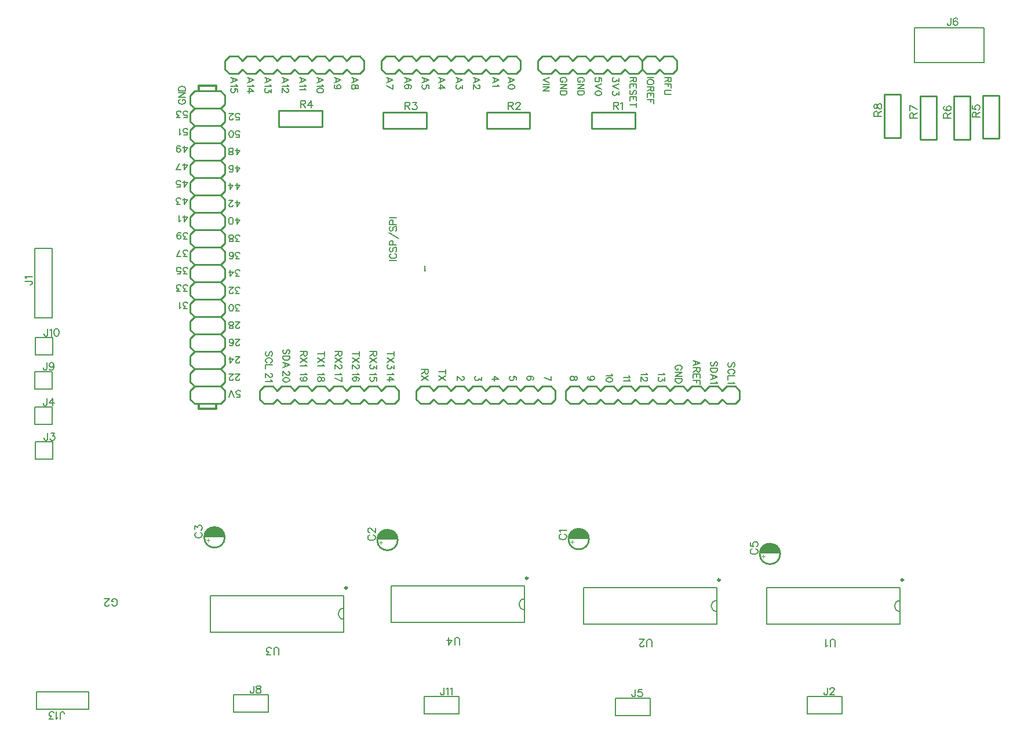
<source format=gto>
G04 Layer: TopSilkscreenLayer*
G04 EasyEDA v6.5.1, 2022-05-03 13:15:28*
G04 Gerber Generator version 0.2*
G04 Scale: 100 percent, Rotated: No, Reflected: No *
G04 Dimensions in millimeters *
G04 leading zeros omitted , absolute positions ,4 integer and 5 decimal *
%FSLAX45Y45*%
%MOMM*%

%ADD10C,0.2540*%
%ADD11C,0.3000*%
%ADD23C,0.3048*%
%ADD24C,0.0800*%
%ADD25C,0.2032*%
%ADD26C,0.2030*%
%ADD27C,0.1524*%

%LPD*%
D27*
X3160522Y-356107D02*
G01*
X3165856Y-366521D01*
X3176270Y-376936D01*
X3186429Y-382015D01*
X3207258Y-382015D01*
X3217672Y-376936D01*
X3228086Y-366521D01*
X3233420Y-356107D01*
X3238500Y-340360D01*
X3238500Y-314452D01*
X3233420Y-298957D01*
X3228086Y-288544D01*
X3217672Y-278129D01*
X3207258Y-273050D01*
X3186429Y-273050D01*
X3176270Y-278129D01*
X3165856Y-288544D01*
X3160522Y-298957D01*
X3160522Y-314452D01*
X3186429Y-314452D02*
G01*
X3160522Y-314452D01*
X3121152Y-356107D02*
G01*
X3121152Y-361187D01*
X3115818Y-371602D01*
X3110738Y-376936D01*
X3100324Y-382015D01*
X3079495Y-382015D01*
X3069081Y-376936D01*
X3064002Y-371602D01*
X3058668Y-361187D01*
X3058668Y-350773D01*
X3064002Y-340360D01*
X3074415Y-324865D01*
X3126231Y-273050D01*
X3053588Y-273050D01*
X8282177Y2974847D02*
G01*
X8286750Y2974847D01*
X8296147Y2970276D01*
X8300720Y2965450D01*
X8305291Y2956305D01*
X8305291Y2937763D01*
X8300720Y2928620D01*
X8296147Y2924047D01*
X8286750Y2919476D01*
X8277606Y2919476D01*
X8268461Y2924047D01*
X8254491Y2933192D01*
X8208263Y2979420D01*
X8208263Y2914650D01*
X8559291Y2970276D02*
G01*
X8559291Y2919476D01*
X8522461Y2947162D01*
X8522461Y2933192D01*
X8517890Y2924047D01*
X8513063Y2919476D01*
X8499347Y2914650D01*
X8489950Y2914650D01*
X8476234Y2919476D01*
X8467090Y2928620D01*
X8462263Y2942589D01*
X8462263Y2956305D01*
X8467090Y2970276D01*
X8471661Y2974847D01*
X8480806Y2979420D01*
X8813291Y2933192D02*
G01*
X8748775Y2979420D01*
X8748775Y2910078D01*
X8813291Y2933192D02*
G01*
X8716263Y2933192D01*
X9067291Y2924047D02*
G01*
X9067291Y2970276D01*
X9025890Y2974847D01*
X9030461Y2970276D01*
X9035034Y2956305D01*
X9035034Y2942589D01*
X9030461Y2928620D01*
X9021063Y2919476D01*
X9007347Y2914650D01*
X8997950Y2914650D01*
X8984234Y2919476D01*
X8975090Y2928620D01*
X8970263Y2942589D01*
X8970263Y2956305D01*
X8975090Y2970276D01*
X8979661Y2974847D01*
X8988806Y2979420D01*
X9307575Y2924047D02*
G01*
X9316720Y2928620D01*
X9321291Y2942589D01*
X9321291Y2951734D01*
X9316720Y2965450D01*
X9302750Y2974847D01*
X9279890Y2979420D01*
X9256775Y2979420D01*
X9238234Y2974847D01*
X9229090Y2965450D01*
X9224263Y2951734D01*
X9224263Y2947162D01*
X9229090Y2933192D01*
X9238234Y2924047D01*
X9251950Y2919476D01*
X9256775Y2919476D01*
X9270491Y2924047D01*
X9279890Y2933192D01*
X9284461Y2947162D01*
X9284461Y2951734D01*
X9279890Y2965450D01*
X9270491Y2974847D01*
X9256775Y2979420D01*
X9575291Y2914650D02*
G01*
X9478263Y2960878D01*
X9575291Y2979420D02*
G01*
X9575291Y2914650D01*
X9956291Y2956305D02*
G01*
X9951720Y2970276D01*
X9942575Y2974847D01*
X9933177Y2974847D01*
X9924034Y2970276D01*
X9919461Y2960878D01*
X9914890Y2942589D01*
X9910063Y2928620D01*
X9900920Y2919476D01*
X9891775Y2914650D01*
X9877806Y2914650D01*
X9868661Y2919476D01*
X9864090Y2924047D01*
X9859263Y2937763D01*
X9859263Y2956305D01*
X9864090Y2970276D01*
X9868661Y2974847D01*
X9877806Y2979420D01*
X9891775Y2979420D01*
X9900920Y2974847D01*
X9910063Y2965450D01*
X9914890Y2951734D01*
X9919461Y2933192D01*
X9924034Y2924047D01*
X9933177Y2919476D01*
X9942575Y2919476D01*
X9951720Y2924047D01*
X9956291Y2937763D01*
X9956291Y2956305D01*
X10178034Y2919476D02*
G01*
X10164063Y2924047D01*
X10154920Y2933192D01*
X10150347Y2947162D01*
X10150347Y2951734D01*
X10154920Y2965450D01*
X10164063Y2974847D01*
X10178034Y2979420D01*
X10182606Y2979420D01*
X10196575Y2974847D01*
X10205720Y2965450D01*
X10210291Y2951734D01*
X10210291Y2947162D01*
X10205720Y2933192D01*
X10196575Y2924047D01*
X10178034Y2919476D01*
X10154920Y2919476D01*
X10131806Y2924047D01*
X10118090Y2933192D01*
X10113263Y2947162D01*
X10113263Y2956305D01*
X10118090Y2970276D01*
X10127234Y2974847D01*
X10460990Y3012439D02*
G01*
X10465815Y3003295D01*
X10479531Y2989326D01*
X10382504Y2989326D01*
X10479531Y2931160D02*
G01*
X10474959Y2945129D01*
X10460990Y2954273D01*
X10438129Y2958845D01*
X10424159Y2958845D01*
X10401045Y2954273D01*
X10387329Y2945129D01*
X10382504Y2931160D01*
X10382504Y2922015D01*
X10387329Y2908045D01*
X10401045Y2898902D01*
X10424159Y2894329D01*
X10438129Y2894329D01*
X10460990Y2898902D01*
X10474959Y2908045D01*
X10479531Y2922015D01*
X10479531Y2931160D01*
X10714990Y2987039D02*
G01*
X10719815Y2977895D01*
X10733531Y2963926D01*
X10636504Y2963926D01*
X10714990Y2933445D02*
G01*
X10719815Y2924302D01*
X10733531Y2910331D01*
X10636504Y2910331D01*
X10967974Y3021837D02*
G01*
X10972800Y3012694D01*
X10986515Y2998723D01*
X10889488Y2998723D01*
X10963402Y2963671D02*
G01*
X10967974Y2963671D01*
X10977372Y2959100D01*
X10981943Y2954528D01*
X10986515Y2945129D01*
X10986515Y2926587D01*
X10981943Y2917444D01*
X10977372Y2912871D01*
X10967974Y2908300D01*
X10958829Y2908300D01*
X10949686Y2912871D01*
X10935715Y2922015D01*
X10889488Y2968244D01*
X10889488Y2903728D01*
X11221974Y3022092D02*
G01*
X11226800Y3012947D01*
X11240515Y2998978D01*
X11143488Y2998978D01*
X11240515Y2959354D02*
G01*
X11240515Y2908554D01*
X11203686Y2936239D01*
X11203686Y2922270D01*
X11199113Y2913126D01*
X11194288Y2908554D01*
X11180572Y2903981D01*
X11171174Y2903981D01*
X11157458Y2908554D01*
X11148313Y2917697D01*
X11143488Y2931668D01*
X11143488Y2945384D01*
X11148313Y2959354D01*
X11152886Y2963926D01*
X11162029Y2968497D01*
X7263129Y3022600D02*
G01*
X7267956Y3013455D01*
X7281672Y2999486D01*
X7184643Y2999486D01*
X7281672Y2922778D02*
G01*
X7217156Y2969005D01*
X7217156Y2899663D01*
X7281672Y2922778D02*
G01*
X7184643Y2922778D01*
X7009129Y3022600D02*
G01*
X7013956Y3013455D01*
X7027672Y2999486D01*
X6930643Y2999486D01*
X7027672Y2913634D02*
G01*
X7027672Y2959862D01*
X6986270Y2964434D01*
X6990841Y2959862D01*
X6995413Y2945892D01*
X6995413Y2932176D01*
X6990841Y2918205D01*
X6981443Y2909062D01*
X6967727Y2904489D01*
X6958329Y2904489D01*
X6944613Y2909062D01*
X6935470Y2918205D01*
X6930643Y2932176D01*
X6930643Y2945892D01*
X6935470Y2959862D01*
X6940041Y2964434D01*
X6949186Y2969005D01*
X6755129Y3022600D02*
G01*
X6759956Y3013455D01*
X6773672Y2999486D01*
X6676643Y2999486D01*
X6759956Y2913634D02*
G01*
X6769100Y2918205D01*
X6773672Y2932176D01*
X6773672Y2941320D01*
X6769100Y2955289D01*
X6755129Y2964434D01*
X6732270Y2969005D01*
X6709156Y2969005D01*
X6690613Y2964434D01*
X6681470Y2955289D01*
X6676643Y2941320D01*
X6676643Y2936747D01*
X6681470Y2922778D01*
X6690613Y2913634D01*
X6704329Y2909062D01*
X6709156Y2909062D01*
X6722872Y2913634D01*
X6732270Y2922778D01*
X6736841Y2936747D01*
X6736841Y2941320D01*
X6732270Y2955289D01*
X6722872Y2964434D01*
X6709156Y2969005D01*
X6501129Y3022600D02*
G01*
X6505956Y3013455D01*
X6519672Y2999486D01*
X6422643Y2999486D01*
X6519672Y2904489D02*
G01*
X6422643Y2950463D01*
X6519672Y2969005D02*
G01*
X6519672Y2904489D01*
X6247129Y3022600D02*
G01*
X6251956Y3013455D01*
X6265672Y2999486D01*
X6168643Y2999486D01*
X6265672Y2945892D02*
G01*
X6261100Y2959862D01*
X6251956Y2964434D01*
X6242558Y2964434D01*
X6233413Y2959862D01*
X6228841Y2950463D01*
X6224270Y2932176D01*
X6219443Y2918205D01*
X6210300Y2909062D01*
X6201156Y2904489D01*
X6187186Y2904489D01*
X6178041Y2909062D01*
X6173470Y2913634D01*
X6168643Y2927350D01*
X6168643Y2945892D01*
X6173470Y2959862D01*
X6178041Y2964434D01*
X6187186Y2969005D01*
X6201156Y2969005D01*
X6210300Y2964434D01*
X6219443Y2955289D01*
X6224270Y2941320D01*
X6228841Y2922778D01*
X6233413Y2913634D01*
X6242558Y2909062D01*
X6251956Y2909062D01*
X6261100Y2913634D01*
X6265672Y2927350D01*
X6265672Y2945892D01*
X5993129Y3022600D02*
G01*
X5997956Y3013455D01*
X6011672Y2999486D01*
X5914643Y2999486D01*
X5979413Y2909062D02*
G01*
X5965443Y2913634D01*
X5956300Y2922778D01*
X5951727Y2936747D01*
X5951727Y2941320D01*
X5956300Y2955289D01*
X5965443Y2964434D01*
X5979413Y2969005D01*
X5983986Y2969005D01*
X5997956Y2964434D01*
X6007100Y2955289D01*
X6011672Y2941320D01*
X6011672Y2936747D01*
X6007100Y2922778D01*
X5997956Y2913634D01*
X5979413Y2909062D01*
X5956300Y2909062D01*
X5933186Y2913634D01*
X5919470Y2922778D01*
X5914643Y2936747D01*
X5914643Y2945892D01*
X5919470Y2959862D01*
X5928613Y2964434D01*
X5734558Y3048507D02*
G01*
X5739129Y3048507D01*
X5748527Y3043936D01*
X5753100Y3039110D01*
X5757672Y3029965D01*
X5757672Y3011423D01*
X5753100Y3002279D01*
X5748527Y2997707D01*
X5739129Y2993136D01*
X5729986Y2993136D01*
X5720841Y2997707D01*
X5706872Y3006852D01*
X5660643Y3053079D01*
X5660643Y2988310D01*
X5757672Y2930144D02*
G01*
X5753100Y2944113D01*
X5739129Y2953257D01*
X5716270Y2957829D01*
X5702300Y2957829D01*
X5679186Y2953257D01*
X5665470Y2944113D01*
X5660643Y2930144D01*
X5660643Y2921000D01*
X5665470Y2907029D01*
X5679186Y2897886D01*
X5702300Y2893313D01*
X5716270Y2893313D01*
X5739129Y2897886D01*
X5753100Y2907029D01*
X5757672Y2921000D01*
X5757672Y2930144D01*
X5480558Y3018028D02*
G01*
X5485129Y3018028D01*
X5494527Y3013455D01*
X5499100Y3008629D01*
X5503672Y2999486D01*
X5503672Y2980944D01*
X5499100Y2971800D01*
X5494527Y2967228D01*
X5485129Y2962655D01*
X5475986Y2962655D01*
X5466841Y2967228D01*
X5452872Y2976371D01*
X5406643Y3022600D01*
X5406643Y2957829D01*
X5485129Y2927350D02*
G01*
X5489956Y2918205D01*
X5503672Y2904489D01*
X5406643Y2904489D01*
X5028184Y2940050D02*
G01*
X5028184Y2935478D01*
X5023611Y2926079D01*
X5018786Y2921507D01*
X5009641Y2916936D01*
X4991100Y2916936D01*
X4981956Y2921507D01*
X4977384Y2926079D01*
X4972811Y2935478D01*
X4972811Y2944621D01*
X4977384Y2953765D01*
X4986527Y2967736D01*
X5032756Y3013963D01*
X4967986Y3013963D01*
X4932934Y2940050D02*
G01*
X4932934Y2935478D01*
X4928361Y2926079D01*
X4923790Y2921507D01*
X4914645Y2916936D01*
X4896104Y2916936D01*
X4886706Y2921507D01*
X4882134Y2926079D01*
X4877561Y2935478D01*
X4877561Y2944621D01*
X4882134Y2953765D01*
X4891531Y2967736D01*
X4937506Y3013963D01*
X4872990Y3013963D01*
X5028184Y3194050D02*
G01*
X5028184Y3189478D01*
X5023611Y3180079D01*
X5018786Y3175507D01*
X5009641Y3170936D01*
X4991100Y3170936D01*
X4981956Y3175507D01*
X4977384Y3180079D01*
X4972811Y3189478D01*
X4972811Y3198621D01*
X4977384Y3207765D01*
X4986527Y3221736D01*
X5032756Y3267963D01*
X4967986Y3267963D01*
X4891531Y3170936D02*
G01*
X4937506Y3235452D01*
X4868418Y3235452D01*
X4891531Y3170936D02*
G01*
X4891531Y3267963D01*
X5028184Y3448050D02*
G01*
X5028184Y3443478D01*
X5023611Y3434079D01*
X5018786Y3429507D01*
X5009641Y3424936D01*
X4991100Y3424936D01*
X4981956Y3429507D01*
X4977384Y3434079D01*
X4972811Y3443478D01*
X4972811Y3452621D01*
X4977384Y3461765D01*
X4986527Y3475736D01*
X5032756Y3521963D01*
X4967986Y3521963D01*
X4882134Y3438652D02*
G01*
X4886706Y3429507D01*
X4900675Y3424936D01*
X4909820Y3424936D01*
X4923790Y3429507D01*
X4932934Y3443478D01*
X4937506Y3466337D01*
X4937506Y3489452D01*
X4932934Y3507994D01*
X4923790Y3517137D01*
X4909820Y3521963D01*
X4905247Y3521963D01*
X4891531Y3517137D01*
X4882134Y3507994D01*
X4877561Y3494278D01*
X4877561Y3489452D01*
X4882134Y3475736D01*
X4891531Y3466337D01*
X4905247Y3461765D01*
X4909820Y3461765D01*
X4923790Y3466337D01*
X4932934Y3475736D01*
X4937506Y3489452D01*
X5028184Y3702050D02*
G01*
X5028184Y3697478D01*
X5023611Y3688079D01*
X5018786Y3683507D01*
X5009641Y3678936D01*
X4991100Y3678936D01*
X4981956Y3683507D01*
X4977384Y3688079D01*
X4972811Y3697478D01*
X4972811Y3706621D01*
X4977384Y3715765D01*
X4986527Y3729736D01*
X5032756Y3775963D01*
X4967986Y3775963D01*
X4914645Y3678936D02*
G01*
X4928361Y3683507D01*
X4932934Y3692652D01*
X4932934Y3702050D01*
X4928361Y3711194D01*
X4919218Y3715765D01*
X4900675Y3720337D01*
X4886706Y3725163D01*
X4877561Y3734307D01*
X4872990Y3743452D01*
X4872990Y3757421D01*
X4877561Y3766565D01*
X4882134Y3771137D01*
X4896104Y3775963D01*
X4914645Y3775963D01*
X4928361Y3771137D01*
X4932934Y3766565D01*
X4937506Y3757421D01*
X4937506Y3743452D01*
X4932934Y3734307D01*
X4923790Y3725163D01*
X4909820Y3720337D01*
X4891531Y3715765D01*
X4882134Y3711194D01*
X4877561Y3702050D01*
X4877561Y3692652D01*
X4882134Y3683507D01*
X4896104Y3678936D01*
X4914645Y3678936D01*
X5023611Y3932936D02*
G01*
X4972811Y3932936D01*
X5000497Y3969765D01*
X4986527Y3969765D01*
X4977384Y3974337D01*
X4972811Y3979163D01*
X4967986Y3992879D01*
X4967986Y4002278D01*
X4972811Y4015994D01*
X4981956Y4025137D01*
X4995925Y4029963D01*
X5009641Y4029963D01*
X5023611Y4025137D01*
X5028184Y4020565D01*
X5032756Y4011421D01*
X4909820Y3932936D02*
G01*
X4923790Y3937507D01*
X4932934Y3951478D01*
X4937506Y3974337D01*
X4937506Y3988307D01*
X4932934Y4011421D01*
X4923790Y4025137D01*
X4909820Y4029963D01*
X4900675Y4029963D01*
X4886706Y4025137D01*
X4877561Y4011421D01*
X4872990Y3988307D01*
X4872990Y3974337D01*
X4877561Y3951478D01*
X4886706Y3937507D01*
X4900675Y3932936D01*
X4909820Y3932936D01*
X5023611Y4186936D02*
G01*
X4972811Y4186936D01*
X5000497Y4223765D01*
X4986527Y4223765D01*
X4977384Y4228337D01*
X4972811Y4233163D01*
X4967986Y4246879D01*
X4967986Y4256278D01*
X4972811Y4269994D01*
X4981956Y4279137D01*
X4995925Y4283963D01*
X5009641Y4283963D01*
X5023611Y4279137D01*
X5028184Y4274565D01*
X5032756Y4265421D01*
X4932934Y4210050D02*
G01*
X4932934Y4205478D01*
X4928361Y4196079D01*
X4923790Y4191507D01*
X4914645Y4186936D01*
X4896104Y4186936D01*
X4886706Y4191507D01*
X4882134Y4196079D01*
X4877561Y4205478D01*
X4877561Y4214621D01*
X4882134Y4223765D01*
X4891531Y4237736D01*
X4937506Y4283963D01*
X4872990Y4283963D01*
X5023611Y4440936D02*
G01*
X4972811Y4440936D01*
X5000497Y4477765D01*
X4986527Y4477765D01*
X4977384Y4482337D01*
X4972811Y4487163D01*
X4967986Y4500879D01*
X4967986Y4510278D01*
X4972811Y4523994D01*
X4981956Y4533137D01*
X4995925Y4537963D01*
X5009641Y4537963D01*
X5023611Y4533137D01*
X5028184Y4528565D01*
X5032756Y4519421D01*
X4891531Y4440936D02*
G01*
X4937506Y4505452D01*
X4868418Y4505452D01*
X4891531Y4440936D02*
G01*
X4891531Y4537963D01*
X5023611Y4694936D02*
G01*
X4972811Y4694936D01*
X5000497Y4731765D01*
X4986527Y4731765D01*
X4977384Y4736337D01*
X4972811Y4741163D01*
X4967986Y4754879D01*
X4967986Y4764278D01*
X4972811Y4777994D01*
X4981956Y4787137D01*
X4995925Y4791963D01*
X5009641Y4791963D01*
X5023611Y4787137D01*
X5028184Y4782565D01*
X5032756Y4773421D01*
X4882134Y4708652D02*
G01*
X4886706Y4699507D01*
X4900675Y4694936D01*
X4909820Y4694936D01*
X4923790Y4699507D01*
X4932934Y4713478D01*
X4937506Y4736337D01*
X4937506Y4759452D01*
X4932934Y4777994D01*
X4923790Y4787137D01*
X4909820Y4791963D01*
X4905247Y4791963D01*
X4891531Y4787137D01*
X4882134Y4777994D01*
X4877561Y4764278D01*
X4877561Y4759452D01*
X4882134Y4745736D01*
X4891531Y4736337D01*
X4905247Y4731765D01*
X4909820Y4731765D01*
X4923790Y4736337D01*
X4932934Y4745736D01*
X4937506Y4759452D01*
X5023611Y4948936D02*
G01*
X4972811Y4948936D01*
X5000497Y4985765D01*
X4986527Y4985765D01*
X4977384Y4990337D01*
X4972811Y4995163D01*
X4967986Y5008879D01*
X4967986Y5018278D01*
X4972811Y5031994D01*
X4981956Y5041137D01*
X4995925Y5045963D01*
X5009641Y5045963D01*
X5023611Y5041137D01*
X5028184Y5036565D01*
X5032756Y5027421D01*
X4914645Y4948936D02*
G01*
X4928361Y4953507D01*
X4932934Y4962652D01*
X4932934Y4972050D01*
X4928361Y4981194D01*
X4919218Y4985765D01*
X4900675Y4990337D01*
X4886706Y4995163D01*
X4877561Y5004307D01*
X4872990Y5013452D01*
X4872990Y5027421D01*
X4877561Y5036565D01*
X4882134Y5041137D01*
X4896104Y5045963D01*
X4914645Y5045963D01*
X4928361Y5041137D01*
X4932934Y5036565D01*
X4937506Y5027421D01*
X4937506Y5013452D01*
X4932934Y5004307D01*
X4923790Y4995163D01*
X4909820Y4990337D01*
X4891531Y4985765D01*
X4882134Y4981194D01*
X4877561Y4972050D01*
X4877561Y4962652D01*
X4882134Y4953507D01*
X4896104Y4948936D01*
X4914645Y4948936D01*
X4986527Y5202936D02*
G01*
X5032756Y5267452D01*
X4963413Y5267452D01*
X4986527Y5202936D02*
G01*
X4986527Y5299963D01*
X4905247Y5202936D02*
G01*
X4919218Y5207507D01*
X4928361Y5221478D01*
X4932934Y5244337D01*
X4932934Y5258307D01*
X4928361Y5281421D01*
X4919218Y5295137D01*
X4905247Y5299963D01*
X4896104Y5299963D01*
X4882134Y5295137D01*
X4872990Y5281421D01*
X4868418Y5258307D01*
X4868418Y5244337D01*
X4872990Y5221478D01*
X4882134Y5207507D01*
X4896104Y5202936D01*
X4905247Y5202936D01*
X4986527Y5456936D02*
G01*
X5032756Y5521452D01*
X4963413Y5521452D01*
X4986527Y5456936D02*
G01*
X4986527Y5553963D01*
X4928361Y5480050D02*
G01*
X4928361Y5475478D01*
X4923790Y5466079D01*
X4919218Y5461507D01*
X4909820Y5456936D01*
X4891531Y5456936D01*
X4882134Y5461507D01*
X4877561Y5466079D01*
X4872990Y5475478D01*
X4872990Y5484621D01*
X4877561Y5493765D01*
X4886706Y5507736D01*
X4932934Y5553963D01*
X4868418Y5553963D01*
X4986527Y5710936D02*
G01*
X5032756Y5775452D01*
X4963413Y5775452D01*
X4986527Y5710936D02*
G01*
X4986527Y5807963D01*
X4886706Y5710936D02*
G01*
X4932934Y5775452D01*
X4863845Y5775452D01*
X4886706Y5710936D02*
G01*
X4886706Y5807963D01*
X4986527Y5964936D02*
G01*
X5032756Y6029452D01*
X4963413Y6029452D01*
X4986527Y5964936D02*
G01*
X4986527Y6061963D01*
X4877561Y5978652D02*
G01*
X4882134Y5969507D01*
X4896104Y5964936D01*
X4905247Y5964936D01*
X4919218Y5969507D01*
X4928361Y5983478D01*
X4932934Y6006337D01*
X4932934Y6029452D01*
X4928361Y6047994D01*
X4919218Y6057137D01*
X4905247Y6061963D01*
X4900675Y6061963D01*
X4886706Y6057137D01*
X4877561Y6047994D01*
X4872990Y6034278D01*
X4872990Y6029452D01*
X4877561Y6015736D01*
X4886706Y6006337D01*
X4900675Y6001765D01*
X4905247Y6001765D01*
X4919218Y6006337D01*
X4928361Y6015736D01*
X4932934Y6029452D01*
X4977384Y6472936D02*
G01*
X5023611Y6472936D01*
X5028184Y6514337D01*
X5023611Y6509765D01*
X5009641Y6505194D01*
X4995925Y6505194D01*
X4981956Y6509765D01*
X4972811Y6519163D01*
X4967986Y6532879D01*
X4967986Y6542278D01*
X4972811Y6555994D01*
X4981956Y6565137D01*
X4995925Y6569963D01*
X5009641Y6569963D01*
X5023611Y6565137D01*
X5028184Y6560565D01*
X5032756Y6551421D01*
X4909820Y6472936D02*
G01*
X4923790Y6477507D01*
X4932934Y6491478D01*
X4937506Y6514337D01*
X4937506Y6528307D01*
X4932934Y6551421D01*
X4923790Y6565137D01*
X4909820Y6569963D01*
X4900675Y6569963D01*
X4886706Y6565137D01*
X4877561Y6551421D01*
X4872990Y6528307D01*
X4872990Y6514337D01*
X4877561Y6491478D01*
X4886706Y6477507D01*
X4900675Y6472936D01*
X4909820Y6472936D01*
X4986527Y6218936D02*
G01*
X5032756Y6283452D01*
X4963413Y6283452D01*
X4986527Y6218936D02*
G01*
X4986527Y6315963D01*
X4909820Y6218936D02*
G01*
X4923790Y6223507D01*
X4928361Y6232652D01*
X4928361Y6242050D01*
X4923790Y6251194D01*
X4914645Y6255765D01*
X4896104Y6260337D01*
X4882134Y6265163D01*
X4872990Y6274307D01*
X4868418Y6283452D01*
X4868418Y6297421D01*
X4872990Y6306565D01*
X4877561Y6311137D01*
X4891531Y6315963D01*
X4909820Y6315963D01*
X4923790Y6311137D01*
X4928361Y6306565D01*
X4932934Y6297421D01*
X4932934Y6283452D01*
X4928361Y6274307D01*
X4919218Y6265163D01*
X4905247Y6260337D01*
X4886706Y6255765D01*
X4877561Y6251194D01*
X4872990Y6242050D01*
X4872990Y6232652D01*
X4877561Y6223507D01*
X4891531Y6218936D01*
X4909820Y6218936D01*
X4977384Y6726936D02*
G01*
X5023611Y6726936D01*
X5028184Y6768337D01*
X5023611Y6763765D01*
X5009641Y6759194D01*
X4995925Y6759194D01*
X4981956Y6763765D01*
X4972811Y6773163D01*
X4967986Y6786879D01*
X4967986Y6796278D01*
X4972811Y6809994D01*
X4981956Y6819137D01*
X4995925Y6823963D01*
X5009641Y6823963D01*
X5023611Y6819137D01*
X5028184Y6814565D01*
X5032756Y6805421D01*
X4932934Y6750050D02*
G01*
X4932934Y6745478D01*
X4928361Y6736079D01*
X4923790Y6731508D01*
X4914645Y6726936D01*
X4896104Y6726936D01*
X4886706Y6731508D01*
X4882134Y6736079D01*
X4877561Y6745478D01*
X4877561Y6754621D01*
X4882134Y6763765D01*
X4891531Y6777736D01*
X4937506Y6823963D01*
X4872990Y6823963D01*
X4258056Y3967987D02*
G01*
X4207256Y3967987D01*
X4234941Y4004818D01*
X4220972Y4004818D01*
X4211827Y4009389D01*
X4207256Y4014215D01*
X4202429Y4027931D01*
X4202429Y4037329D01*
X4207256Y4051045D01*
X4216400Y4060189D01*
X4230370Y4065015D01*
X4244086Y4065015D01*
X4258056Y4060189D01*
X4262627Y4055618D01*
X4267200Y4046473D01*
X4171950Y3986529D02*
G01*
X4162806Y3981704D01*
X4149090Y3967987D01*
X4149090Y4065015D01*
X4258056Y4221987D02*
G01*
X4207256Y4221987D01*
X4234941Y4258818D01*
X4220972Y4258818D01*
X4211827Y4263389D01*
X4207256Y4268215D01*
X4202429Y4281931D01*
X4202429Y4291329D01*
X4207256Y4305045D01*
X4216400Y4314189D01*
X4230370Y4319015D01*
X4244086Y4319015D01*
X4258056Y4314189D01*
X4262627Y4309618D01*
X4267200Y4300473D01*
X4162806Y4221987D02*
G01*
X4112006Y4221987D01*
X4139691Y4258818D01*
X4125975Y4258818D01*
X4116577Y4263389D01*
X4112006Y4268215D01*
X4107434Y4281931D01*
X4107434Y4291329D01*
X4112006Y4305045D01*
X4121150Y4314189D01*
X4135120Y4319015D01*
X4149090Y4319015D01*
X4162806Y4314189D01*
X4167377Y4309618D01*
X4171950Y4300473D01*
X4258056Y4475987D02*
G01*
X4207256Y4475987D01*
X4234941Y4512818D01*
X4220972Y4512818D01*
X4211827Y4517389D01*
X4207256Y4522215D01*
X4202429Y4535931D01*
X4202429Y4545329D01*
X4207256Y4559045D01*
X4216400Y4568189D01*
X4230370Y4573015D01*
X4244086Y4573015D01*
X4258056Y4568189D01*
X4262627Y4563618D01*
X4267200Y4554473D01*
X4116577Y4475987D02*
G01*
X4162806Y4475987D01*
X4167377Y4517389D01*
X4162806Y4512818D01*
X4149090Y4508245D01*
X4135120Y4508245D01*
X4121150Y4512818D01*
X4112006Y4522215D01*
X4107434Y4535931D01*
X4107434Y4545329D01*
X4112006Y4559045D01*
X4121150Y4568189D01*
X4135120Y4573015D01*
X4149090Y4573015D01*
X4162806Y4568189D01*
X4167377Y4563618D01*
X4171950Y4554473D01*
X4258056Y4729987D02*
G01*
X4207256Y4729987D01*
X4234941Y4766818D01*
X4220972Y4766818D01*
X4211827Y4771389D01*
X4207256Y4776215D01*
X4202429Y4789931D01*
X4202429Y4799329D01*
X4207256Y4813045D01*
X4216400Y4822189D01*
X4230370Y4827015D01*
X4244086Y4827015D01*
X4258056Y4822189D01*
X4262627Y4817618D01*
X4267200Y4808473D01*
X4107434Y4729987D02*
G01*
X4153661Y4827015D01*
X4171950Y4729987D02*
G01*
X4107434Y4729987D01*
X4258056Y4983987D02*
G01*
X4207256Y4983987D01*
X4234941Y5020818D01*
X4220972Y5020818D01*
X4211827Y5025389D01*
X4207256Y5030215D01*
X4202429Y5043931D01*
X4202429Y5053329D01*
X4207256Y5067045D01*
X4216400Y5076189D01*
X4230370Y5081015D01*
X4244086Y5081015D01*
X4258056Y5076189D01*
X4262627Y5071618D01*
X4267200Y5062473D01*
X4112006Y5016245D02*
G01*
X4116577Y5030215D01*
X4125975Y5039360D01*
X4139691Y5043931D01*
X4144263Y5043931D01*
X4158234Y5039360D01*
X4167377Y5030215D01*
X4171950Y5016245D01*
X4171950Y5011673D01*
X4167377Y4997704D01*
X4158234Y4988560D01*
X4144263Y4983987D01*
X4139691Y4983987D01*
X4125975Y4988560D01*
X4116577Y4997704D01*
X4112006Y5016245D01*
X4112006Y5039360D01*
X4116577Y5062473D01*
X4125975Y5076189D01*
X4139691Y5081015D01*
X4149090Y5081015D01*
X4162806Y5076189D01*
X4167377Y5067045D01*
X4220972Y5237987D02*
G01*
X4267200Y5302504D01*
X4197858Y5302504D01*
X4220972Y5237987D02*
G01*
X4220972Y5335015D01*
X4167377Y5256529D02*
G01*
X4158234Y5251704D01*
X4144263Y5237987D01*
X4144263Y5335015D01*
X4220972Y5491987D02*
G01*
X4267200Y5556504D01*
X4197858Y5556504D01*
X4220972Y5491987D02*
G01*
X4220972Y5589015D01*
X4158234Y5491987D02*
G01*
X4107434Y5491987D01*
X4135120Y5528818D01*
X4121150Y5528818D01*
X4112006Y5533389D01*
X4107434Y5538215D01*
X4102861Y5551931D01*
X4102861Y5561329D01*
X4107434Y5575045D01*
X4116577Y5584189D01*
X4130547Y5589015D01*
X4144263Y5589015D01*
X4158234Y5584189D01*
X4162806Y5579618D01*
X4167377Y5570473D01*
X4220972Y5745987D02*
G01*
X4267200Y5810504D01*
X4197858Y5810504D01*
X4220972Y5745987D02*
G01*
X4220972Y5843015D01*
X4112006Y5745987D02*
G01*
X4158234Y5745987D01*
X4162806Y5787389D01*
X4158234Y5782818D01*
X4144263Y5778245D01*
X4130547Y5778245D01*
X4116577Y5782818D01*
X4107434Y5792215D01*
X4102861Y5805931D01*
X4102861Y5815329D01*
X4107434Y5829045D01*
X4116577Y5838189D01*
X4130547Y5843015D01*
X4144263Y5843015D01*
X4158234Y5838189D01*
X4162806Y5833618D01*
X4167377Y5824473D01*
X4220972Y5999987D02*
G01*
X4267200Y6064504D01*
X4197858Y6064504D01*
X4220972Y5999987D02*
G01*
X4220972Y6097015D01*
X4102861Y5999987D02*
G01*
X4149090Y6097015D01*
X4167377Y5999987D02*
G01*
X4102861Y5999987D01*
X4220972Y6253987D02*
G01*
X4267200Y6318504D01*
X4197858Y6318504D01*
X4220972Y6253987D02*
G01*
X4220972Y6351015D01*
X4107434Y6286245D02*
G01*
X4112006Y6300215D01*
X4121150Y6309360D01*
X4135120Y6313931D01*
X4139691Y6313931D01*
X4153661Y6309360D01*
X4162806Y6300215D01*
X4167377Y6286245D01*
X4167377Y6281673D01*
X4162806Y6267704D01*
X4153661Y6258560D01*
X4139691Y6253987D01*
X4135120Y6253987D01*
X4121150Y6258560D01*
X4112006Y6267704D01*
X4107434Y6286245D01*
X4107434Y6309360D01*
X4112006Y6332473D01*
X4121150Y6346189D01*
X4135120Y6351015D01*
X4144263Y6351015D01*
X4158234Y6346189D01*
X4162806Y6337045D01*
X4211827Y6507987D02*
G01*
X4258056Y6507987D01*
X4262627Y6549389D01*
X4258056Y6544818D01*
X4244086Y6540245D01*
X4230370Y6540245D01*
X4216400Y6544818D01*
X4207256Y6554215D01*
X4202429Y6567931D01*
X4202429Y6577329D01*
X4207256Y6591045D01*
X4216400Y6600189D01*
X4230370Y6605015D01*
X4244086Y6605015D01*
X4258056Y6600189D01*
X4262627Y6595618D01*
X4267200Y6586473D01*
X4171950Y6526529D02*
G01*
X4162806Y6521704D01*
X4149090Y6507987D01*
X4149090Y6605015D01*
X4211827Y6761987D02*
G01*
X4258056Y6761987D01*
X4262627Y6803389D01*
X4258056Y6798818D01*
X4244086Y6794245D01*
X4230370Y6794245D01*
X4216400Y6798818D01*
X4207256Y6808215D01*
X4202429Y6821931D01*
X4202429Y6831329D01*
X4207256Y6845045D01*
X4216400Y6854189D01*
X4230370Y6859015D01*
X4244086Y6859015D01*
X4258056Y6854189D01*
X4262627Y6849618D01*
X4267200Y6840473D01*
X4162806Y6761987D02*
G01*
X4112006Y6761987D01*
X4139691Y6798818D01*
X4125975Y6798818D01*
X4116577Y6803389D01*
X4112006Y6808215D01*
X4107434Y6821931D01*
X4107434Y6831329D01*
X4112006Y6845045D01*
X4121150Y6854189D01*
X4135120Y6859015D01*
X4149090Y6859015D01*
X4162806Y6854189D01*
X4167377Y6849618D01*
X4171950Y6840473D01*
X9046463Y7311136D02*
G01*
X8949436Y7347965D01*
X9046463Y7311136D02*
G01*
X8949436Y7274052D01*
X8981947Y7333995D02*
G01*
X8981947Y7288021D01*
X9046463Y7215886D02*
G01*
X9041891Y7229855D01*
X9027922Y7239000D01*
X9005061Y7243571D01*
X8991091Y7243571D01*
X8967977Y7239000D01*
X8954261Y7229855D01*
X8949436Y7215886D01*
X8949436Y7206742D01*
X8954261Y7192771D01*
X8967977Y7183628D01*
X8991091Y7179055D01*
X9005061Y7179055D01*
X9027922Y7183628D01*
X9041891Y7192771D01*
X9046463Y7206742D01*
X9046463Y7215886D01*
X8817863Y7311136D02*
G01*
X8720836Y7347965D01*
X8817863Y7311136D02*
G01*
X8720836Y7274052D01*
X8753347Y7333995D02*
G01*
X8753347Y7288021D01*
X8799322Y7243571D02*
G01*
X8804147Y7234428D01*
X8817863Y7220458D01*
X8720836Y7220458D01*
X8538463Y7311136D02*
G01*
X8441436Y7347965D01*
X8538463Y7311136D02*
G01*
X8441436Y7274052D01*
X8473947Y7333995D02*
G01*
X8473947Y7288021D01*
X8515350Y7239000D02*
G01*
X8519922Y7239000D01*
X8529320Y7234428D01*
X8533891Y7229855D01*
X8538463Y7220458D01*
X8538463Y7201915D01*
X8533891Y7192771D01*
X8529320Y7188200D01*
X8519922Y7183628D01*
X8510777Y7183628D01*
X8501634Y7188200D01*
X8487663Y7197344D01*
X8441436Y7243571D01*
X8441436Y7179055D01*
X8284463Y7311136D02*
G01*
X8187436Y7347965D01*
X8284463Y7311136D02*
G01*
X8187436Y7274052D01*
X8219947Y7333995D02*
G01*
X8219947Y7288021D01*
X8284463Y7234428D02*
G01*
X8284463Y7183628D01*
X8247634Y7211313D01*
X8247634Y7197344D01*
X8243061Y7188200D01*
X8238236Y7183628D01*
X8224520Y7179055D01*
X8215122Y7179055D01*
X8201406Y7183628D01*
X8192261Y7192771D01*
X8187436Y7206742D01*
X8187436Y7220458D01*
X8192261Y7234428D01*
X8196834Y7239000D01*
X8205977Y7243571D01*
X8030463Y7311136D02*
G01*
X7933436Y7347965D01*
X8030463Y7311136D02*
G01*
X7933436Y7274052D01*
X7965947Y7333995D02*
G01*
X7965947Y7288021D01*
X8030463Y7197344D02*
G01*
X7965947Y7243571D01*
X7965947Y7174229D01*
X8030463Y7197344D02*
G01*
X7933436Y7197344D01*
X7789163Y7311136D02*
G01*
X7692136Y7347965D01*
X7789163Y7311136D02*
G01*
X7692136Y7274052D01*
X7724647Y7333995D02*
G01*
X7724647Y7288021D01*
X7789163Y7188200D02*
G01*
X7789163Y7234428D01*
X7747761Y7239000D01*
X7752334Y7234428D01*
X7756906Y7220458D01*
X7756906Y7206742D01*
X7752334Y7192771D01*
X7742936Y7183628D01*
X7729220Y7179055D01*
X7719822Y7179055D01*
X7706106Y7183628D01*
X7696961Y7192771D01*
X7692136Y7206742D01*
X7692136Y7220458D01*
X7696961Y7234428D01*
X7701534Y7239000D01*
X7710677Y7243571D01*
X7535163Y7311136D02*
G01*
X7438136Y7347965D01*
X7535163Y7311136D02*
G01*
X7438136Y7274052D01*
X7470647Y7333995D02*
G01*
X7470647Y7288021D01*
X7521447Y7188200D02*
G01*
X7530591Y7192771D01*
X7535163Y7206742D01*
X7535163Y7215886D01*
X7530591Y7229855D01*
X7516622Y7239000D01*
X7493761Y7243571D01*
X7470647Y7243571D01*
X7452106Y7239000D01*
X7442961Y7229855D01*
X7438136Y7215886D01*
X7438136Y7211313D01*
X7442961Y7197344D01*
X7452106Y7188200D01*
X7465822Y7183628D01*
X7470647Y7183628D01*
X7484363Y7188200D01*
X7493761Y7197344D01*
X7498334Y7211313D01*
X7498334Y7215886D01*
X7493761Y7229855D01*
X7484363Y7239000D01*
X7470647Y7243571D01*
X7268463Y7311136D02*
G01*
X7171436Y7347965D01*
X7268463Y7311136D02*
G01*
X7171436Y7274052D01*
X7203947Y7333995D02*
G01*
X7203947Y7288021D01*
X7268463Y7179055D02*
G01*
X7171436Y7225029D01*
X7268463Y7243571D02*
G01*
X7268463Y7179055D01*
X6760463Y7311136D02*
G01*
X6663436Y7347965D01*
X6760463Y7311136D02*
G01*
X6663436Y7274052D01*
X6695947Y7333995D02*
G01*
X6695947Y7288021D01*
X6760463Y7220458D02*
G01*
X6755891Y7234428D01*
X6746747Y7239000D01*
X6737350Y7239000D01*
X6728206Y7234428D01*
X6723634Y7225029D01*
X6719061Y7206742D01*
X6714236Y7192771D01*
X6705091Y7183628D01*
X6695947Y7179055D01*
X6681977Y7179055D01*
X6672834Y7183628D01*
X6668261Y7188200D01*
X6663436Y7201915D01*
X6663436Y7220458D01*
X6668261Y7234428D01*
X6672834Y7239000D01*
X6681977Y7243571D01*
X6695947Y7243571D01*
X6705091Y7239000D01*
X6714236Y7229855D01*
X6719061Y7215886D01*
X6723634Y7197344D01*
X6728206Y7188200D01*
X6737350Y7183628D01*
X6746747Y7183628D01*
X6755891Y7188200D01*
X6760463Y7201915D01*
X6760463Y7220458D01*
X6506463Y7311136D02*
G01*
X6409436Y7347965D01*
X6506463Y7311136D02*
G01*
X6409436Y7274052D01*
X6441947Y7333995D02*
G01*
X6441947Y7288021D01*
X6474206Y7183628D02*
G01*
X6460236Y7188200D01*
X6451091Y7197344D01*
X6446520Y7211313D01*
X6446520Y7215886D01*
X6451091Y7229855D01*
X6460236Y7239000D01*
X6474206Y7243571D01*
X6478777Y7243571D01*
X6492747Y7239000D01*
X6501891Y7229855D01*
X6506463Y7215886D01*
X6506463Y7211313D01*
X6501891Y7197344D01*
X6492747Y7188200D01*
X6474206Y7183628D01*
X6451091Y7183628D01*
X6427977Y7188200D01*
X6414261Y7197344D01*
X6409436Y7211313D01*
X6409436Y7220458D01*
X6414261Y7234428D01*
X6423406Y7239000D01*
X6252463Y7311136D02*
G01*
X6155436Y7347965D01*
X6252463Y7311136D02*
G01*
X6155436Y7274052D01*
X6187947Y7333995D02*
G01*
X6187947Y7288021D01*
X6233922Y7243571D02*
G01*
X6238747Y7234428D01*
X6252463Y7220458D01*
X6155436Y7220458D01*
X6252463Y7162292D02*
G01*
X6247891Y7176262D01*
X6233922Y7185405D01*
X6211061Y7189978D01*
X6197091Y7189978D01*
X6173977Y7185405D01*
X6160261Y7176262D01*
X6155436Y7162292D01*
X6155436Y7153147D01*
X6160261Y7139178D01*
X6173977Y7130034D01*
X6197091Y7125462D01*
X6211061Y7125462D01*
X6233922Y7130034D01*
X6247891Y7139178D01*
X6252463Y7153147D01*
X6252463Y7162292D01*
X5998463Y7311136D02*
G01*
X5901436Y7347965D01*
X5998463Y7311136D02*
G01*
X5901436Y7274052D01*
X5933947Y7333995D02*
G01*
X5933947Y7288021D01*
X5979922Y7243571D02*
G01*
X5984747Y7234428D01*
X5998463Y7220458D01*
X5901436Y7220458D01*
X5979922Y7189978D02*
G01*
X5984747Y7180834D01*
X5998463Y7166863D01*
X5901436Y7166863D01*
X5744463Y7311136D02*
G01*
X5647436Y7347965D01*
X5744463Y7311136D02*
G01*
X5647436Y7274052D01*
X5679947Y7333995D02*
G01*
X5679947Y7288021D01*
X5725922Y7243571D02*
G01*
X5730747Y7234428D01*
X5744463Y7220458D01*
X5647436Y7220458D01*
X5721350Y7185405D02*
G01*
X5725922Y7185405D01*
X5735320Y7180834D01*
X5739891Y7176262D01*
X5744463Y7166863D01*
X5744463Y7148576D01*
X5739891Y7139178D01*
X5735320Y7134605D01*
X5725922Y7130034D01*
X5716777Y7130034D01*
X5707634Y7134605D01*
X5693663Y7143750D01*
X5647436Y7189978D01*
X5647436Y7125462D01*
X5490463Y7311136D02*
G01*
X5393436Y7347965D01*
X5490463Y7311136D02*
G01*
X5393436Y7274052D01*
X5425947Y7333995D02*
G01*
X5425947Y7288021D01*
X5471922Y7243571D02*
G01*
X5476747Y7234428D01*
X5490463Y7220458D01*
X5393436Y7220458D01*
X5490463Y7180834D02*
G01*
X5490463Y7130034D01*
X5453634Y7157720D01*
X5453634Y7143750D01*
X5449061Y7134605D01*
X5444236Y7130034D01*
X5430520Y7125462D01*
X5421122Y7125462D01*
X5407406Y7130034D01*
X5398261Y7139178D01*
X5393436Y7153147D01*
X5393436Y7166863D01*
X5398261Y7180834D01*
X5402834Y7185405D01*
X5411977Y7189978D01*
X5236463Y7311136D02*
G01*
X5139436Y7347965D01*
X5236463Y7311136D02*
G01*
X5139436Y7274052D01*
X5171947Y7333995D02*
G01*
X5171947Y7288021D01*
X5217922Y7243571D02*
G01*
X5222747Y7234428D01*
X5236463Y7220458D01*
X5139436Y7220458D01*
X5236463Y7143750D02*
G01*
X5171947Y7189978D01*
X5171947Y7120636D01*
X5236463Y7143750D02*
G01*
X5139436Y7143750D01*
X4995163Y7311136D02*
G01*
X4898136Y7347965D01*
X4995163Y7311136D02*
G01*
X4898136Y7274052D01*
X4930647Y7333995D02*
G01*
X4930647Y7288021D01*
X4976622Y7243571D02*
G01*
X4981447Y7234428D01*
X4995163Y7220458D01*
X4898136Y7220458D01*
X4995163Y7134605D02*
G01*
X4995163Y7180834D01*
X4953761Y7185405D01*
X4958334Y7180834D01*
X4962906Y7166863D01*
X4962906Y7153147D01*
X4958334Y7139178D01*
X4948936Y7130034D01*
X4935220Y7125462D01*
X4925822Y7125462D01*
X4912106Y7130034D01*
X4902961Y7139178D01*
X4898136Y7153147D01*
X4898136Y7166863D01*
X4902961Y7180834D01*
X4907534Y7185405D01*
X4916677Y7189978D01*
X4159758Y7027926D02*
G01*
X4150359Y7023354D01*
X4141215Y7013955D01*
X4136643Y7004812D01*
X4136643Y6986270D01*
X4141215Y6977126D01*
X4150359Y6967728D01*
X4159758Y6963155D01*
X4173474Y6958584D01*
X4196588Y6958584D01*
X4210558Y6963155D01*
X4219702Y6967728D01*
X4228845Y6977126D01*
X4233672Y6986270D01*
X4233672Y7004812D01*
X4228845Y7013955D01*
X4219702Y7023354D01*
X4210558Y7027926D01*
X4196588Y7027926D01*
X4196588Y7004812D02*
G01*
X4196588Y7027926D01*
X4136643Y7058405D02*
G01*
X4233672Y7058405D01*
X4136643Y7058405D02*
G01*
X4233672Y7122921D01*
X4136643Y7122921D02*
G01*
X4233672Y7122921D01*
X4136643Y7153402D02*
G01*
X4233672Y7153402D01*
X4136643Y7153402D02*
G01*
X4136643Y7185913D01*
X4141215Y7199629D01*
X4150359Y7208773D01*
X4159758Y7213600D01*
X4173474Y7218171D01*
X4196588Y7218171D01*
X4210558Y7213600D01*
X4219702Y7208773D01*
X4228845Y7199629D01*
X4233672Y7185913D01*
X4233672Y7153402D01*
X8036052Y3046221D02*
G01*
X7939024Y3046221D01*
X8036052Y3078479D02*
G01*
X8036052Y3013710D01*
X8036052Y2983229D02*
G01*
X7939024Y2918713D01*
X8036052Y2918713D02*
G01*
X7939024Y2983229D01*
X7782052Y3078479D02*
G01*
X7685024Y3078479D01*
X7782052Y3078479D02*
G01*
X7782052Y3036823D01*
X7777479Y3023107D01*
X7772908Y3018536D01*
X7763509Y3013710D01*
X7754365Y3013710D01*
X7745222Y3018536D01*
X7740650Y3023107D01*
X7735824Y3036823D01*
X7735824Y3078479D01*
X7735824Y3046221D02*
G01*
X7685024Y3013710D01*
X7782052Y2983229D02*
G01*
X7685024Y2918713D01*
X7782052Y2918713D02*
G01*
X7685024Y2983229D01*
X7281672Y3307842D02*
G01*
X7184643Y3307842D01*
X7281672Y3340100D02*
G01*
X7281672Y3275329D01*
X7281672Y3244850D02*
G01*
X7184643Y3180334D01*
X7281672Y3180334D02*
G01*
X7184643Y3244850D01*
X7281672Y3140710D02*
G01*
X7281672Y3089910D01*
X7244841Y3117595D01*
X7244841Y3103626D01*
X7240270Y3094481D01*
X7235443Y3089910D01*
X7221727Y3085084D01*
X7212329Y3085084D01*
X7198613Y3089910D01*
X7189470Y3099054D01*
X7184643Y3112770D01*
X7184643Y3126739D01*
X7189470Y3140710D01*
X7194041Y3145281D01*
X7203186Y3149854D01*
X7027672Y3340100D02*
G01*
X6930643Y3340100D01*
X7027672Y3340100D02*
G01*
X7027672Y3298444D01*
X7023100Y3284728D01*
X7018527Y3280155D01*
X7009129Y3275329D01*
X6999986Y3275329D01*
X6990841Y3280155D01*
X6986270Y3284728D01*
X6981443Y3298444D01*
X6981443Y3340100D01*
X6981443Y3307842D02*
G01*
X6930643Y3275329D01*
X7027672Y3244850D02*
G01*
X6930643Y3180334D01*
X7027672Y3180334D02*
G01*
X6930643Y3244850D01*
X7027672Y3140710D02*
G01*
X7027672Y3089910D01*
X6990841Y3117595D01*
X6990841Y3103626D01*
X6986270Y3094481D01*
X6981443Y3089910D01*
X6967727Y3085084D01*
X6958329Y3085084D01*
X6944613Y3089910D01*
X6935470Y3099054D01*
X6930643Y3112770D01*
X6930643Y3126739D01*
X6935470Y3140710D01*
X6940041Y3145281D01*
X6949186Y3149854D01*
X6773672Y3307842D02*
G01*
X6676643Y3307842D01*
X6773672Y3340100D02*
G01*
X6773672Y3275329D01*
X6773672Y3244850D02*
G01*
X6676643Y3180334D01*
X6773672Y3180334D02*
G01*
X6676643Y3244850D01*
X6750558Y3145281D02*
G01*
X6755129Y3145281D01*
X6764527Y3140710D01*
X6769100Y3135884D01*
X6773672Y3126739D01*
X6773672Y3108197D01*
X6769100Y3099054D01*
X6764527Y3094481D01*
X6755129Y3089910D01*
X6745986Y3089910D01*
X6736841Y3094481D01*
X6722872Y3103626D01*
X6676643Y3149854D01*
X6676643Y3085084D01*
X6519672Y3340100D02*
G01*
X6422643Y3340100D01*
X6519672Y3340100D02*
G01*
X6519672Y3298444D01*
X6515100Y3284728D01*
X6510527Y3280155D01*
X6501129Y3275329D01*
X6491986Y3275329D01*
X6482841Y3280155D01*
X6478270Y3284728D01*
X6473443Y3298444D01*
X6473443Y3340100D01*
X6473443Y3307842D02*
G01*
X6422643Y3275329D01*
X6519672Y3244850D02*
G01*
X6422643Y3180334D01*
X6519672Y3180334D02*
G01*
X6422643Y3244850D01*
X6496558Y3145281D02*
G01*
X6501129Y3145281D01*
X6510527Y3140710D01*
X6515100Y3135884D01*
X6519672Y3126739D01*
X6519672Y3108197D01*
X6515100Y3099054D01*
X6510527Y3094481D01*
X6501129Y3089910D01*
X6491986Y3089910D01*
X6482841Y3094481D01*
X6468872Y3103626D01*
X6422643Y3149854D01*
X6422643Y3085084D01*
X6265672Y3307842D02*
G01*
X6168643Y3307842D01*
X6265672Y3340100D02*
G01*
X6265672Y3275329D01*
X6265672Y3244850D02*
G01*
X6168643Y3180334D01*
X6265672Y3180334D02*
G01*
X6168643Y3244850D01*
X6247129Y3149854D02*
G01*
X6251956Y3140710D01*
X6265672Y3126739D01*
X6168643Y3126739D01*
X6011672Y3340100D02*
G01*
X5914643Y3340100D01*
X6011672Y3340100D02*
G01*
X6011672Y3298444D01*
X6007100Y3284728D01*
X6002527Y3280155D01*
X5993129Y3275329D01*
X5983986Y3275329D01*
X5974841Y3280155D01*
X5970270Y3284728D01*
X5965443Y3298444D01*
X5965443Y3340100D01*
X5965443Y3307842D02*
G01*
X5914643Y3275329D01*
X6011672Y3244850D02*
G01*
X5914643Y3180334D01*
X6011672Y3180334D02*
G01*
X5914643Y3244850D01*
X5993129Y3149854D02*
G01*
X5997956Y3140710D01*
X6011672Y3126739D01*
X5914643Y3126739D01*
X5743956Y3305810D02*
G01*
X5753100Y3315207D01*
X5757672Y3328923D01*
X5757672Y3347465D01*
X5753100Y3361436D01*
X5743956Y3370579D01*
X5734558Y3370579D01*
X5725413Y3366007D01*
X5720841Y3361436D01*
X5716270Y3352037D01*
X5706872Y3324352D01*
X5702300Y3315207D01*
X5697727Y3310636D01*
X5688329Y3305810D01*
X5674613Y3305810D01*
X5665470Y3315207D01*
X5660643Y3328923D01*
X5660643Y3347465D01*
X5665470Y3361436D01*
X5674613Y3370579D01*
X5757672Y3275329D02*
G01*
X5660643Y3275329D01*
X5757672Y3275329D02*
G01*
X5757672Y3243071D01*
X5753100Y3229355D01*
X5743956Y3219957D01*
X5734558Y3215386D01*
X5720841Y3210813D01*
X5697727Y3210813D01*
X5683758Y3215386D01*
X5674613Y3219957D01*
X5665470Y3229355D01*
X5660643Y3243071D01*
X5660643Y3275329D01*
X5757672Y3143250D02*
G01*
X5660643Y3180334D01*
X5757672Y3143250D02*
G01*
X5660643Y3106420D01*
X5693156Y3166363D02*
G01*
X5693156Y3120389D01*
X5489956Y3275329D02*
G01*
X5499100Y3284728D01*
X5503672Y3298444D01*
X5503672Y3316986D01*
X5499100Y3330955D01*
X5489956Y3340100D01*
X5480558Y3340100D01*
X5471413Y3335528D01*
X5466841Y3330955D01*
X5462270Y3321557D01*
X5452872Y3293871D01*
X5448300Y3284728D01*
X5443727Y3280155D01*
X5434329Y3275329D01*
X5420613Y3275329D01*
X5411470Y3284728D01*
X5406643Y3298444D01*
X5406643Y3316986D01*
X5411470Y3330955D01*
X5420613Y3340100D01*
X5480558Y3175762D02*
G01*
X5489956Y3180334D01*
X5499100Y3189478D01*
X5503672Y3198876D01*
X5503672Y3217163D01*
X5499100Y3226562D01*
X5489956Y3235705D01*
X5480558Y3240278D01*
X5466841Y3244850D01*
X5443727Y3244850D01*
X5429758Y3240278D01*
X5420613Y3235705D01*
X5411470Y3226562D01*
X5406643Y3217163D01*
X5406643Y3198876D01*
X5411470Y3189478D01*
X5420613Y3180334D01*
X5429758Y3175762D01*
X5503672Y3145281D02*
G01*
X5406643Y3145281D01*
X5406643Y3145281D02*
G01*
X5406643Y3089910D01*
X10824463Y7347965D02*
G01*
X10727436Y7347965D01*
X10824463Y7347965D02*
G01*
X10824463Y7306310D01*
X10819891Y7292594D01*
X10815320Y7288021D01*
X10805922Y7283195D01*
X10796777Y7283195D01*
X10787634Y7288021D01*
X10783061Y7292594D01*
X10778236Y7306310D01*
X10778236Y7347965D01*
X10778236Y7315708D02*
G01*
X10727436Y7283195D01*
X10824463Y7252715D02*
G01*
X10727436Y7252715D01*
X10824463Y7252715D02*
G01*
X10824463Y7192771D01*
X10778236Y7252715D02*
G01*
X10778236Y7215886D01*
X10727436Y7252715D02*
G01*
X10727436Y7192771D01*
X10810747Y7097776D02*
G01*
X10819891Y7106920D01*
X10824463Y7120636D01*
X10824463Y7139178D01*
X10819891Y7153147D01*
X10810747Y7162292D01*
X10801350Y7162292D01*
X10792206Y7157720D01*
X10787634Y7153147D01*
X10783061Y7143750D01*
X10773663Y7116063D01*
X10769091Y7106920D01*
X10764520Y7102347D01*
X10755122Y7097776D01*
X10741406Y7097776D01*
X10732261Y7106920D01*
X10727436Y7120636D01*
X10727436Y7139178D01*
X10732261Y7153147D01*
X10741406Y7162292D01*
X10824463Y7067295D02*
G01*
X10727436Y7067295D01*
X10824463Y7067295D02*
G01*
X10824463Y7007097D01*
X10778236Y7067295D02*
G01*
X10778236Y7030212D01*
X10727436Y7067295D02*
G01*
X10727436Y7007097D01*
X10824463Y6944360D02*
G01*
X10727436Y6944360D01*
X10824463Y6976618D02*
G01*
X10824463Y6912102D01*
X10570463Y7338821D02*
G01*
X10570463Y7288021D01*
X10533634Y7315708D01*
X10533634Y7301737D01*
X10529061Y7292594D01*
X10524236Y7288021D01*
X10510520Y7283195D01*
X10501122Y7283195D01*
X10487406Y7288021D01*
X10478261Y7297165D01*
X10473436Y7311136D01*
X10473436Y7324852D01*
X10478261Y7338821D01*
X10482834Y7343394D01*
X10491977Y7347965D01*
X10570463Y7252715D02*
G01*
X10473436Y7215886D01*
X10570463Y7179055D02*
G01*
X10473436Y7215886D01*
X10570463Y7139178D02*
G01*
X10570463Y7088378D01*
X10533634Y7116063D01*
X10533634Y7102347D01*
X10529061Y7092950D01*
X10524236Y7088378D01*
X10510520Y7083805D01*
X10501122Y7083805D01*
X10487406Y7088378D01*
X10478261Y7097776D01*
X10473436Y7111492D01*
X10473436Y7125462D01*
X10478261Y7139178D01*
X10482834Y7143750D01*
X10491977Y7148576D01*
X10316463Y7292594D02*
G01*
X10316463Y7338821D01*
X10275061Y7343394D01*
X10279634Y7338821D01*
X10284206Y7324852D01*
X10284206Y7311136D01*
X10279634Y7297165D01*
X10270236Y7288021D01*
X10256520Y7283195D01*
X10247122Y7283195D01*
X10233406Y7288021D01*
X10224261Y7297165D01*
X10219436Y7311136D01*
X10219436Y7324852D01*
X10224261Y7338821D01*
X10228834Y7343394D01*
X10237977Y7347965D01*
X10316463Y7252715D02*
G01*
X10219436Y7215886D01*
X10316463Y7179055D02*
G01*
X10219436Y7215886D01*
X10316463Y7120636D02*
G01*
X10311891Y7134605D01*
X10297922Y7143750D01*
X10275061Y7148576D01*
X10261091Y7148576D01*
X10237977Y7143750D01*
X10224261Y7134605D01*
X10219436Y7120636D01*
X10219436Y7111492D01*
X10224261Y7097776D01*
X10237977Y7088378D01*
X10261091Y7083805D01*
X10275061Y7083805D01*
X10297922Y7088378D01*
X10311891Y7097776D01*
X10316463Y7111492D01*
X10316463Y7120636D01*
X10039350Y7278623D02*
G01*
X10048747Y7283195D01*
X10057891Y7292594D01*
X10062463Y7301737D01*
X10062463Y7320279D01*
X10057891Y7329423D01*
X10048747Y7338821D01*
X10039350Y7343394D01*
X10025634Y7347965D01*
X10002520Y7347965D01*
X9988550Y7343394D01*
X9979406Y7338821D01*
X9970261Y7329423D01*
X9965436Y7320279D01*
X9965436Y7301737D01*
X9970261Y7292594D01*
X9979406Y7283195D01*
X9988550Y7278623D01*
X10002520Y7278623D01*
X10002520Y7301737D02*
G01*
X10002520Y7278623D01*
X10062463Y7248144D02*
G01*
X9965436Y7248144D01*
X10062463Y7248144D02*
G01*
X9965436Y7183628D01*
X10062463Y7183628D02*
G01*
X9965436Y7183628D01*
X10062463Y7153147D02*
G01*
X9965436Y7153147D01*
X10062463Y7153147D02*
G01*
X10062463Y7120636D01*
X10057891Y7106920D01*
X10048747Y7097776D01*
X10039350Y7092950D01*
X10025634Y7088378D01*
X10002520Y7088378D01*
X9988550Y7092950D01*
X9979406Y7097776D01*
X9970261Y7106920D01*
X9965436Y7120636D01*
X9965436Y7153147D01*
X9785350Y7278623D02*
G01*
X9794747Y7283195D01*
X9803891Y7292594D01*
X9808463Y7301737D01*
X9808463Y7320279D01*
X9803891Y7329423D01*
X9794747Y7338821D01*
X9785350Y7343394D01*
X9771634Y7347965D01*
X9748520Y7347965D01*
X9734550Y7343394D01*
X9725406Y7338821D01*
X9716261Y7329423D01*
X9711436Y7320279D01*
X9711436Y7301737D01*
X9716261Y7292594D01*
X9725406Y7283195D01*
X9734550Y7278623D01*
X9748520Y7278623D01*
X9748520Y7301737D02*
G01*
X9748520Y7278623D01*
X9808463Y7248144D02*
G01*
X9711436Y7248144D01*
X9808463Y7248144D02*
G01*
X9711436Y7183628D01*
X9808463Y7183628D02*
G01*
X9711436Y7183628D01*
X9808463Y7153147D02*
G01*
X9711436Y7153147D01*
X9808463Y7153147D02*
G01*
X9808463Y7120636D01*
X9803891Y7106920D01*
X9794747Y7097776D01*
X9785350Y7092950D01*
X9771634Y7088378D01*
X9748520Y7088378D01*
X9734550Y7092950D01*
X9725406Y7097776D01*
X9716261Y7106920D01*
X9711436Y7120636D01*
X9711436Y7153147D01*
X9554463Y7347965D02*
G01*
X9457436Y7311136D01*
X9554463Y7274052D02*
G01*
X9457436Y7311136D01*
X9554463Y7243571D02*
G01*
X9457436Y7243571D01*
X9554463Y7213092D02*
G01*
X9457436Y7213092D01*
X9554463Y7213092D02*
G01*
X9457436Y7148576D01*
X9554463Y7148576D02*
G01*
X9457436Y7148576D01*
X11467338Y3070097D02*
G01*
X11476736Y3074670D01*
X11485879Y3084068D01*
X11490452Y3093212D01*
X11490452Y3111754D01*
X11485879Y3120897D01*
X11476736Y3130295D01*
X11467338Y3134868D01*
X11453622Y3139439D01*
X11430508Y3139439D01*
X11416538Y3134868D01*
X11407393Y3130295D01*
X11398250Y3120897D01*
X11393424Y3111754D01*
X11393424Y3093212D01*
X11398250Y3084068D01*
X11407393Y3074670D01*
X11416538Y3070097D01*
X11430508Y3070097D01*
X11430508Y3093212D02*
G01*
X11430508Y3070097D01*
X11490452Y3039618D02*
G01*
X11393424Y3039618D01*
X11490452Y3039618D02*
G01*
X11393424Y2975102D01*
X11490452Y2975102D02*
G01*
X11393424Y2975102D01*
X11490452Y2944621D02*
G01*
X11393424Y2944621D01*
X11490452Y2944621D02*
G01*
X11490452Y2912110D01*
X11485879Y2898394D01*
X11476736Y2889250D01*
X11467338Y2884423D01*
X11453622Y2879852D01*
X11430508Y2879852D01*
X11416538Y2884423D01*
X11407393Y2889250D01*
X11398250Y2898394D01*
X11393424Y2912110D01*
X11393424Y2944621D01*
X11754611Y3171189D02*
G01*
X11657584Y3208020D01*
X11754611Y3171189D02*
G01*
X11657584Y3134105D01*
X11690095Y3194050D02*
G01*
X11690095Y3148076D01*
X11754611Y3103626D02*
G01*
X11657584Y3103626D01*
X11754611Y3103626D02*
G01*
X11754611Y3061970D01*
X11750040Y3048254D01*
X11745468Y3043681D01*
X11736070Y3039110D01*
X11726925Y3039110D01*
X11717781Y3043681D01*
X11713209Y3048254D01*
X11708384Y3061970D01*
X11708384Y3103626D01*
X11708384Y3071368D02*
G01*
X11657584Y3039110D01*
X11754611Y3008629D02*
G01*
X11657584Y3008629D01*
X11754611Y3008629D02*
G01*
X11754611Y2948431D01*
X11708384Y3008629D02*
G01*
X11708384Y2971545D01*
X11657584Y3008629D02*
G01*
X11657584Y2948431D01*
X11754611Y2917952D02*
G01*
X11657584Y2917952D01*
X11754611Y2917952D02*
G01*
X11754611Y2858007D01*
X11708384Y2917952D02*
G01*
X11708384Y2881121D01*
X4985765Y2676652D02*
G01*
X5031993Y2676652D01*
X5036565Y2718054D01*
X5031993Y2713481D01*
X5018024Y2708910D01*
X5004308Y2708910D01*
X4990338Y2713481D01*
X4981193Y2722879D01*
X4976368Y2736595D01*
X4976368Y2745994D01*
X4981193Y2759710D01*
X4990338Y2768854D01*
X5004308Y2773679D01*
X5018024Y2773679D01*
X5031993Y2768854D01*
X5036565Y2764281D01*
X5041138Y2755137D01*
X4945888Y2676652D02*
G01*
X4909058Y2773679D01*
X4872227Y2676652D02*
G01*
X4909058Y2773679D01*
X11994895Y3128010D02*
G01*
X12004040Y3137407D01*
X12008611Y3151123D01*
X12008611Y3169665D01*
X12004040Y3183636D01*
X11994895Y3192779D01*
X11985497Y3192779D01*
X11976354Y3188207D01*
X11971781Y3183636D01*
X11967209Y3174237D01*
X11957811Y3146552D01*
X11953240Y3137407D01*
X11948668Y3132836D01*
X11939270Y3128010D01*
X11925554Y3128010D01*
X11916409Y3137407D01*
X11911584Y3151123D01*
X11911584Y3169665D01*
X11916409Y3183636D01*
X11925554Y3192779D01*
X12008611Y3097529D02*
G01*
X11911584Y3097529D01*
X12008611Y3097529D02*
G01*
X12008611Y3065271D01*
X12004040Y3051555D01*
X11994895Y3042157D01*
X11985497Y3037586D01*
X11971781Y3033013D01*
X11948668Y3033013D01*
X11934697Y3037586D01*
X11925554Y3042157D01*
X11916409Y3051555D01*
X11911584Y3065271D01*
X11911584Y3097529D01*
X12008611Y2965450D02*
G01*
X11911584Y3002534D01*
X12008611Y2965450D02*
G01*
X11911584Y2928620D01*
X11944095Y2988563D02*
G01*
X11944095Y2942589D01*
X11990070Y2898139D02*
G01*
X11994895Y2888995D01*
X12008611Y2875026D01*
X11911584Y2875026D01*
X12248895Y3112770D02*
G01*
X12258040Y3122168D01*
X12262611Y3135884D01*
X12262611Y3154426D01*
X12258040Y3168395D01*
X12248895Y3177539D01*
X12239497Y3177539D01*
X12230354Y3172968D01*
X12225781Y3168395D01*
X12221209Y3158997D01*
X12211811Y3131312D01*
X12207240Y3122168D01*
X12202668Y3117595D01*
X12193270Y3112770D01*
X12179554Y3112770D01*
X12170409Y3122168D01*
X12165584Y3135884D01*
X12165584Y3154426D01*
X12170409Y3168395D01*
X12179554Y3177539D01*
X12239497Y3013202D02*
G01*
X12248895Y3017773D01*
X12258040Y3026918D01*
X12262611Y3036315D01*
X12262611Y3054604D01*
X12258040Y3064002D01*
X12248895Y3073145D01*
X12239497Y3077718D01*
X12225781Y3082289D01*
X12202668Y3082289D01*
X12188697Y3077718D01*
X12179554Y3073145D01*
X12170409Y3064002D01*
X12165584Y3054604D01*
X12165584Y3036315D01*
X12170409Y3026918D01*
X12179554Y3017773D01*
X12188697Y3013202D01*
X12262611Y2982721D02*
G01*
X12165584Y2982721D01*
X12165584Y2982721D02*
G01*
X12165584Y2927350D01*
X12244070Y2896870D02*
G01*
X12248895Y2887471D01*
X12262611Y2873755D01*
X12165584Y2873755D01*
X11078463Y7347965D02*
G01*
X10981436Y7347965D01*
X11078463Y7289800D02*
G01*
X11073891Y7298944D01*
X11064747Y7308342D01*
X11055350Y7312913D01*
X11041634Y7317486D01*
X11018520Y7317486D01*
X11004550Y7312913D01*
X10995406Y7308342D01*
X10986261Y7298944D01*
X10981436Y7289800D01*
X10981436Y7271258D01*
X10986261Y7262113D01*
X10995406Y7252715D01*
X11004550Y7248144D01*
X11018520Y7243571D01*
X11041634Y7243571D01*
X11055350Y7248144D01*
X11064747Y7252715D01*
X11073891Y7262113D01*
X11078463Y7271258D01*
X11078463Y7289800D01*
X11078463Y7213092D02*
G01*
X10981436Y7213092D01*
X11078463Y7213092D02*
G01*
X11078463Y7171436D01*
X11073891Y7157720D01*
X11069320Y7153147D01*
X11059922Y7148576D01*
X11050777Y7148576D01*
X11041634Y7153147D01*
X11037061Y7157720D01*
X11032236Y7171436D01*
X11032236Y7213092D01*
X11032236Y7180834D02*
G01*
X10981436Y7148576D01*
X11078463Y7118095D02*
G01*
X10981436Y7118095D01*
X11078463Y7118095D02*
G01*
X11078463Y7057897D01*
X11032236Y7118095D02*
G01*
X11032236Y7081012D01*
X10981436Y7118095D02*
G01*
X10981436Y7057897D01*
X11078463Y7027418D02*
G01*
X10981436Y7027418D01*
X11078463Y7027418D02*
G01*
X11078463Y6967473D01*
X11032236Y7027418D02*
G01*
X11032236Y6990587D01*
X11332463Y7347965D02*
G01*
X11235436Y7347965D01*
X11332463Y7347965D02*
G01*
X11332463Y7306310D01*
X11327891Y7292594D01*
X11323320Y7288021D01*
X11313922Y7283195D01*
X11304777Y7283195D01*
X11295634Y7288021D01*
X11291061Y7292594D01*
X11286236Y7306310D01*
X11286236Y7347965D01*
X11286236Y7315708D02*
G01*
X11235436Y7283195D01*
X11332463Y7252715D02*
G01*
X11235436Y7252715D01*
X11332463Y7252715D02*
G01*
X11332463Y7192771D01*
X11286236Y7252715D02*
G01*
X11286236Y7215886D01*
X11332463Y7162292D02*
G01*
X11263122Y7162292D01*
X11249406Y7157720D01*
X11240261Y7148576D01*
X11235436Y7134605D01*
X11235436Y7125462D01*
X11240261Y7111492D01*
X11249406Y7102347D01*
X11263122Y7097776D01*
X11332463Y7097776D01*
X7220965Y4670044D02*
G01*
X7319263Y4670044D01*
X7246111Y4769865D02*
G01*
X7236713Y4765294D01*
X7227061Y4755895D01*
X7220965Y4746497D01*
X7220965Y4728210D01*
X7227061Y4719065D01*
X7236713Y4709668D01*
X7246111Y4705095D01*
X7258811Y4700523D01*
X7281163Y4700523D01*
X7296911Y4705095D01*
X7306563Y4709668D01*
X7315454Y4719065D01*
X7319263Y4728210D01*
X7319263Y4746497D01*
X7315454Y4755895D01*
X7306563Y4765294D01*
X7296911Y4769865D01*
X7236713Y4864862D02*
G01*
X7227061Y4855718D01*
X7220965Y4841747D01*
X7220965Y4823460D01*
X7227061Y4809236D01*
X7236713Y4800345D01*
X7246111Y4800345D01*
X7255763Y4804918D01*
X7258811Y4809236D01*
X7264654Y4818634D01*
X7271765Y4846573D01*
X7277861Y4855718D01*
X7281163Y4860036D01*
X7290561Y4864862D01*
X7306563Y4864862D01*
X7315454Y4855718D01*
X7319263Y4841747D01*
X7319263Y4823460D01*
X7315454Y4809236D01*
X7306563Y4800345D01*
X7220965Y4895342D02*
G01*
X7319263Y4895342D01*
X7220965Y4895342D02*
G01*
X7220965Y4936997D01*
X7227061Y4950460D01*
X7230363Y4955286D01*
X7239761Y4960112D01*
X7255763Y4960112D01*
X7264654Y4955286D01*
X7268463Y4950460D01*
X7271765Y4936997D01*
X7271765Y4895342D01*
X7204963Y5073395D02*
G01*
X7351013Y4990592D01*
X7236713Y5168645D02*
G01*
X7227061Y5159247D01*
X7220965Y5145786D01*
X7220965Y5127244D01*
X7227061Y5113273D01*
X7236713Y5104129D01*
X7246111Y5104129D01*
X7255763Y5108447D01*
X7258811Y5113273D01*
X7264654Y5122671D01*
X7271765Y5150357D01*
X7277861Y5159247D01*
X7281163Y5164073D01*
X7290561Y5168645D01*
X7306563Y5168645D01*
X7315454Y5159247D01*
X7319263Y5145786D01*
X7319263Y5127244D01*
X7315454Y5113273D01*
X7306563Y5104129D01*
X7220965Y5199379D02*
G01*
X7319263Y5199379D01*
X7220965Y5199379D02*
G01*
X7220965Y5240781D01*
X7227061Y5254497D01*
X7230363Y5259323D01*
X7239761Y5263895D01*
X7255763Y5263895D01*
X7264654Y5259323D01*
X7268463Y5254497D01*
X7271765Y5240781D01*
X7271765Y5199379D01*
X7220965Y5294121D02*
G01*
X7319263Y5294121D01*
X7748270Y4533900D02*
G01*
X7741411Y4530344D01*
X7730997Y4519929D01*
X7730997Y4592828D01*
X9720488Y668233D02*
G01*
X9710074Y662899D01*
X9699660Y652485D01*
X9694580Y642325D01*
X9694580Y621497D01*
X9699660Y611083D01*
X9710074Y600669D01*
X9720488Y595335D01*
X9736236Y590255D01*
X9762144Y590255D01*
X9777638Y595335D01*
X9788052Y600669D01*
X9798466Y611083D01*
X9803546Y621497D01*
X9803546Y642325D01*
X9798466Y652485D01*
X9788052Y662899D01*
X9777638Y668233D01*
X9715408Y702523D02*
G01*
X9710074Y712937D01*
X9694580Y728431D01*
X9803546Y728431D01*
X6926488Y655533D02*
G01*
X6916074Y650199D01*
X6905660Y639785D01*
X6900580Y629625D01*
X6900580Y608797D01*
X6905660Y598383D01*
X6916074Y587969D01*
X6926488Y582635D01*
X6942236Y577555D01*
X6968144Y577555D01*
X6983638Y582635D01*
X6994052Y587969D01*
X7004466Y598383D01*
X7009546Y608797D01*
X7009546Y629625D01*
X7004466Y639785D01*
X6994052Y650199D01*
X6983638Y655533D01*
X6926488Y694903D02*
G01*
X6921408Y694903D01*
X6910994Y700237D01*
X6905660Y705317D01*
X6900580Y715731D01*
X6900580Y736559D01*
X6905660Y746973D01*
X6910994Y752053D01*
X6921408Y757387D01*
X6931822Y757387D01*
X6942236Y752053D01*
X6957730Y741639D01*
X7009546Y689823D01*
X7009546Y762467D01*
X4399188Y693633D02*
G01*
X4388774Y688299D01*
X4378360Y677885D01*
X4373280Y667725D01*
X4373280Y646897D01*
X4378360Y636483D01*
X4388774Y626069D01*
X4399188Y620735D01*
X4414936Y615655D01*
X4440844Y615655D01*
X4456338Y620735D01*
X4466752Y626069D01*
X4477166Y636483D01*
X4482246Y646897D01*
X4482246Y667725D01*
X4477166Y677885D01*
X4466752Y688299D01*
X4456338Y693633D01*
X4373280Y738337D02*
G01*
X4373280Y795487D01*
X4414936Y764245D01*
X4414936Y779739D01*
X4420016Y790153D01*
X4425096Y795487D01*
X4440844Y800567D01*
X4451258Y800567D01*
X4466752Y795487D01*
X4477166Y785073D01*
X4482246Y769325D01*
X4482246Y753831D01*
X4477166Y738337D01*
X4472086Y733003D01*
X4461672Y727923D01*
X12514488Y452333D02*
G01*
X12504074Y446999D01*
X12493660Y436585D01*
X12488580Y426425D01*
X12488580Y405597D01*
X12493660Y395183D01*
X12504074Y384769D01*
X12514488Y379435D01*
X12530236Y374355D01*
X12556144Y374355D01*
X12571638Y379435D01*
X12582052Y384769D01*
X12592466Y395183D01*
X12597546Y405597D01*
X12597546Y426425D01*
X12592466Y436585D01*
X12582052Y446999D01*
X12571638Y452333D01*
X12488580Y548853D02*
G01*
X12488580Y497037D01*
X12535316Y491703D01*
X12530236Y497037D01*
X12524902Y512531D01*
X12524902Y528025D01*
X12530236Y543773D01*
X12540396Y554187D01*
X12556144Y559267D01*
X12566558Y559267D01*
X12582052Y554187D01*
X12592466Y543773D01*
X12597546Y528025D01*
X12597546Y512531D01*
X12592466Y497037D01*
X12587386Y491703D01*
X12576972Y486623D01*
X1891284Y4370070D02*
G01*
X1974341Y4370070D01*
X1990090Y4364736D01*
X1995170Y4359655D01*
X2000250Y4349242D01*
X2000250Y4338828D01*
X1995170Y4328413D01*
X1990090Y4323079D01*
X1974341Y4318000D01*
X1963927Y4318000D01*
X1912112Y4404360D02*
G01*
X1906778Y4414520D01*
X1891284Y4430268D01*
X2000250Y4430268D01*
X13615670Y-1573784D02*
G01*
X13615670Y-1656842D01*
X13610336Y-1672589D01*
X13605256Y-1677670D01*
X13594841Y-1682750D01*
X13584427Y-1682750D01*
X13574013Y-1677670D01*
X13568679Y-1672589D01*
X13563600Y-1656842D01*
X13563600Y-1646428D01*
X13655040Y-1599692D02*
G01*
X13655040Y-1594612D01*
X13660120Y-1584197D01*
X13665454Y-1578863D01*
X13675868Y-1573784D01*
X13696695Y-1573784D01*
X13707109Y-1578863D01*
X13712190Y-1584197D01*
X13717270Y-1594612D01*
X13717270Y-1605026D01*
X13712190Y-1615439D01*
X13701775Y-1630934D01*
X13649959Y-1682750D01*
X13722604Y-1682750D01*
X10808970Y-1599184D02*
G01*
X10808970Y-1682242D01*
X10803636Y-1697989D01*
X10798556Y-1703070D01*
X10788141Y-1708150D01*
X10777727Y-1708150D01*
X10767313Y-1703070D01*
X10761979Y-1697989D01*
X10756900Y-1682242D01*
X10756900Y-1671828D01*
X10905490Y-1599184D02*
G01*
X10853420Y-1599184D01*
X10848340Y-1645920D01*
X10853420Y-1640839D01*
X10869168Y-1635505D01*
X10884661Y-1635505D01*
X10900409Y-1640839D01*
X10910570Y-1651000D01*
X10915904Y-1666747D01*
X10915904Y-1677162D01*
X10910570Y-1692655D01*
X10900409Y-1703070D01*
X10884661Y-1708150D01*
X10869168Y-1708150D01*
X10853420Y-1703070D01*
X10848340Y-1697989D01*
X10843259Y-1687576D01*
X5233670Y-1548384D02*
G01*
X5233670Y-1631442D01*
X5228336Y-1647189D01*
X5223256Y-1652270D01*
X5212841Y-1657350D01*
X5202427Y-1657350D01*
X5192013Y-1652270D01*
X5186679Y-1647189D01*
X5181600Y-1631442D01*
X5181600Y-1621028D01*
X5293868Y-1548384D02*
G01*
X5278120Y-1553463D01*
X5273040Y-1563878D01*
X5273040Y-1574292D01*
X5278120Y-1584705D01*
X5288534Y-1590039D01*
X5309361Y-1595120D01*
X5325109Y-1600200D01*
X5335270Y-1610613D01*
X5340604Y-1621028D01*
X5340604Y-1636776D01*
X5335270Y-1647189D01*
X5330190Y-1652270D01*
X5314695Y-1657350D01*
X5293868Y-1657350D01*
X5278120Y-1652270D01*
X5273040Y-1647189D01*
X5267959Y-1636776D01*
X5267959Y-1621028D01*
X5273040Y-1610613D01*
X5283454Y-1600200D01*
X5298947Y-1595120D01*
X5319775Y-1590039D01*
X5330190Y-1584705D01*
X5335270Y-1574292D01*
X5335270Y-1563878D01*
X5330190Y-1553463D01*
X5314695Y-1548384D01*
X5293868Y-1548384D01*
X8014970Y-1573784D02*
G01*
X8014970Y-1656842D01*
X8009636Y-1672589D01*
X8004556Y-1677670D01*
X7994141Y-1682750D01*
X7983727Y-1682750D01*
X7973313Y-1677670D01*
X7967979Y-1672589D01*
X7962900Y-1656842D01*
X7962900Y-1646428D01*
X8049259Y-1594612D02*
G01*
X8059420Y-1589278D01*
X8075168Y-1573784D01*
X8075168Y-1682750D01*
X8109458Y-1594612D02*
G01*
X8119872Y-1589278D01*
X8135365Y-1573784D01*
X8135365Y-1682750D01*
X2223770Y2149855D02*
G01*
X2223770Y2066797D01*
X2218436Y2051050D01*
X2213356Y2045970D01*
X2202941Y2040889D01*
X2192527Y2040889D01*
X2182113Y2045970D01*
X2176779Y2051050D01*
X2171700Y2066797D01*
X2171700Y2077212D01*
X2268220Y2149855D02*
G01*
X2325370Y2149855D01*
X2294381Y2108200D01*
X2309875Y2108200D01*
X2320290Y2103120D01*
X2325370Y2098039D01*
X2330704Y2082292D01*
X2330704Y2071878D01*
X2325370Y2056384D01*
X2315209Y2045970D01*
X2299461Y2040889D01*
X2283968Y2040889D01*
X2268220Y2045970D01*
X2263140Y2051050D01*
X2258059Y2061463D01*
X2211070Y2657855D02*
G01*
X2211070Y2574797D01*
X2205736Y2559050D01*
X2200656Y2553970D01*
X2190241Y2548889D01*
X2179827Y2548889D01*
X2169413Y2553970D01*
X2164079Y2559050D01*
X2159000Y2574797D01*
X2159000Y2585212D01*
X2297175Y2657855D02*
G01*
X2245359Y2585212D01*
X2323084Y2585212D01*
X2297175Y2657855D02*
G01*
X2297175Y2548889D01*
X2211070Y3178555D02*
G01*
X2211070Y3095497D01*
X2205736Y3079750D01*
X2200656Y3074670D01*
X2190241Y3069589D01*
X2179827Y3069589D01*
X2169413Y3074670D01*
X2164079Y3079750D01*
X2159000Y3095497D01*
X2159000Y3105912D01*
X2312670Y3142234D02*
G01*
X2307590Y3126739D01*
X2297175Y3116326D01*
X2281681Y3110992D01*
X2276347Y3110992D01*
X2260854Y3116326D01*
X2250440Y3126739D01*
X2245359Y3142234D01*
X2245359Y3147313D01*
X2250440Y3163062D01*
X2260854Y3173476D01*
X2276347Y3178555D01*
X2281681Y3178555D01*
X2297175Y3173476D01*
X2307590Y3163062D01*
X2312670Y3142234D01*
X2312670Y3116326D01*
X2307590Y3090163D01*
X2297175Y3074670D01*
X2281681Y3069589D01*
X2271268Y3069589D01*
X2255520Y3074670D01*
X2250440Y3085084D01*
X2223770Y3673855D02*
G01*
X2223770Y3590797D01*
X2218436Y3575050D01*
X2213356Y3569970D01*
X2202941Y3564889D01*
X2192527Y3564889D01*
X2182113Y3569970D01*
X2176779Y3575050D01*
X2171700Y3590797D01*
X2171700Y3601212D01*
X2258059Y3653028D02*
G01*
X2268220Y3658362D01*
X2283968Y3673855D01*
X2283968Y3564889D01*
X2349500Y3673855D02*
G01*
X2333752Y3668776D01*
X2323338Y3653028D01*
X2318258Y3627120D01*
X2318258Y3611626D01*
X2323338Y3585463D01*
X2333752Y3569970D01*
X2349500Y3564889D01*
X2359659Y3564889D01*
X2375408Y3569970D01*
X2385822Y3585463D01*
X2390902Y3611626D01*
X2390902Y3627120D01*
X2385822Y3653028D01*
X2375408Y3668776D01*
X2359659Y3673855D01*
X2349500Y3673855D01*
X15419070Y8217915D02*
G01*
X15419070Y8134858D01*
X15413736Y8119110D01*
X15408656Y8114029D01*
X15398241Y8108950D01*
X15387827Y8108950D01*
X15377413Y8114029D01*
X15372079Y8119110D01*
X15367000Y8134858D01*
X15367000Y8145271D01*
X15515590Y8202421D02*
G01*
X15510509Y8212836D01*
X15494761Y8217915D01*
X15484347Y8217915D01*
X15468854Y8212836D01*
X15458440Y8197087D01*
X15453359Y8171179D01*
X15453359Y8145271D01*
X15458440Y8124444D01*
X15468854Y8114029D01*
X15484347Y8108950D01*
X15489681Y8108950D01*
X15505175Y8114029D01*
X15515590Y8124444D01*
X15520670Y8139937D01*
X15520670Y8145271D01*
X15515590Y8160765D01*
X15505175Y8171179D01*
X15489681Y8176260D01*
X15484347Y8176260D01*
X15468854Y8171179D01*
X15458440Y8160765D01*
X15453359Y8145271D01*
X2411729Y-2033015D02*
G01*
X2411729Y-1949957D01*
X2417063Y-1934210D01*
X2422143Y-1929129D01*
X2432558Y-1924050D01*
X2442972Y-1924050D01*
X2453386Y-1929129D01*
X2458720Y-1934210D01*
X2463800Y-1949957D01*
X2463800Y-1960371D01*
X2377440Y-2012187D02*
G01*
X2367279Y-2017521D01*
X2351531Y-2033015D01*
X2351531Y-1924050D01*
X2306827Y-2033015D02*
G01*
X2249677Y-2033015D01*
X2280920Y-1991360D01*
X2265425Y-1991360D01*
X2255011Y-1986279D01*
X2249677Y-1981200D01*
X2244597Y-1965452D01*
X2244597Y-1955037D01*
X2249677Y-1939544D01*
X2260091Y-1929129D01*
X2275840Y-1924050D01*
X2291334Y-1924050D01*
X2306827Y-1929129D01*
X2312161Y-1934210D01*
X2317241Y-1944623D01*
X10490200Y6986015D02*
G01*
X10490200Y6877050D01*
X10490200Y6986015D02*
G01*
X10536936Y6986015D01*
X10552429Y6980936D01*
X10557763Y6975602D01*
X10562843Y6965187D01*
X10562843Y6954773D01*
X10557763Y6944360D01*
X10552429Y6939279D01*
X10536936Y6934200D01*
X10490200Y6934200D01*
X10526522Y6934200D02*
G01*
X10562843Y6877050D01*
X10597134Y6965187D02*
G01*
X10607547Y6970521D01*
X10623295Y6986015D01*
X10623295Y6877050D01*
X8953500Y6986015D02*
G01*
X8953500Y6877050D01*
X8953500Y6986015D02*
G01*
X9000236Y6986015D01*
X9015729Y6980936D01*
X9021063Y6975602D01*
X9026143Y6965187D01*
X9026143Y6954773D01*
X9021063Y6944360D01*
X9015729Y6939279D01*
X9000236Y6934200D01*
X8953500Y6934200D01*
X8989822Y6934200D02*
G01*
X9026143Y6877050D01*
X9065768Y6960108D02*
G01*
X9065768Y6965187D01*
X9070847Y6975602D01*
X9076181Y6980936D01*
X9086595Y6986015D01*
X9107170Y6986015D01*
X9117584Y6980936D01*
X9122918Y6975602D01*
X9127997Y6965187D01*
X9127997Y6954773D01*
X9122918Y6944360D01*
X9112504Y6928865D01*
X9060434Y6877050D01*
X9133331Y6877050D01*
X7442200Y6986015D02*
G01*
X7442200Y6877050D01*
X7442200Y6986015D02*
G01*
X7488936Y6986015D01*
X7504429Y6980936D01*
X7509763Y6975602D01*
X7514843Y6965187D01*
X7514843Y6954773D01*
X7509763Y6944360D01*
X7504429Y6939279D01*
X7488936Y6934200D01*
X7442200Y6934200D01*
X7478522Y6934200D02*
G01*
X7514843Y6877050D01*
X7559547Y6986015D02*
G01*
X7616697Y6986015D01*
X7585709Y6944360D01*
X7601204Y6944360D01*
X7611618Y6939279D01*
X7616697Y6934200D01*
X7622031Y6918452D01*
X7622031Y6908037D01*
X7616697Y6892544D01*
X7606284Y6882129D01*
X7590790Y6877050D01*
X7575295Y6877050D01*
X7559547Y6882129D01*
X7554468Y6887210D01*
X7549134Y6897623D01*
X5918200Y7011415D02*
G01*
X5918200Y6902450D01*
X5918200Y7011415D02*
G01*
X5964936Y7011415D01*
X5980429Y7006336D01*
X5985763Y7001002D01*
X5990843Y6990587D01*
X5990843Y6980173D01*
X5985763Y6969760D01*
X5980429Y6964679D01*
X5964936Y6959600D01*
X5918200Y6959600D01*
X5954522Y6959600D02*
G01*
X5990843Y6902450D01*
X6077204Y7011415D02*
G01*
X6025134Y6938771D01*
X6103111Y6938771D01*
X6077204Y7011415D02*
G01*
X6077204Y6902450D01*
X15734284Y6769100D02*
G01*
X15843250Y6769100D01*
X15734284Y6769100D02*
G01*
X15734284Y6815836D01*
X15739363Y6831329D01*
X15744697Y6836663D01*
X15755111Y6841744D01*
X15765525Y6841744D01*
X15775940Y6836663D01*
X15781020Y6831329D01*
X15786100Y6815836D01*
X15786100Y6769100D01*
X15786100Y6805421D02*
G01*
X15843250Y6841744D01*
X15734284Y6938518D02*
G01*
X15734284Y6886447D01*
X15781020Y6881368D01*
X15775940Y6886447D01*
X15770606Y6902195D01*
X15770606Y6917689D01*
X15775940Y6933184D01*
X15786100Y6943597D01*
X15801847Y6948931D01*
X15812261Y6948931D01*
X15827756Y6943597D01*
X15838170Y6933184D01*
X15843250Y6917689D01*
X15843250Y6902195D01*
X15838170Y6886447D01*
X15833090Y6881368D01*
X15822675Y6876034D01*
X15315184Y6756400D02*
G01*
X15424150Y6756400D01*
X15315184Y6756400D02*
G01*
X15315184Y6803136D01*
X15320263Y6818629D01*
X15325597Y6823963D01*
X15336011Y6829044D01*
X15346425Y6829044D01*
X15356840Y6823963D01*
X15361920Y6818629D01*
X15367000Y6803136D01*
X15367000Y6756400D01*
X15367000Y6792721D02*
G01*
X15424150Y6829044D01*
X15330677Y6925818D02*
G01*
X15320263Y6920484D01*
X15315184Y6904989D01*
X15315184Y6894576D01*
X15320263Y6879081D01*
X15336011Y6868668D01*
X15361920Y6863334D01*
X15387827Y6863334D01*
X15408656Y6868668D01*
X15419070Y6879081D01*
X15424150Y6894576D01*
X15424150Y6899910D01*
X15419070Y6915404D01*
X15408656Y6925818D01*
X15393161Y6930897D01*
X15387827Y6930897D01*
X15372334Y6925818D01*
X15361920Y6915404D01*
X15356840Y6899910D01*
X15356840Y6894576D01*
X15361920Y6879081D01*
X15372334Y6868668D01*
X15387827Y6863334D01*
X14819884Y6756400D02*
G01*
X14928850Y6756400D01*
X14819884Y6756400D02*
G01*
X14819884Y6803136D01*
X14824963Y6818629D01*
X14830297Y6823963D01*
X14840711Y6829044D01*
X14851125Y6829044D01*
X14861540Y6823963D01*
X14866620Y6818629D01*
X14871700Y6803136D01*
X14871700Y6756400D01*
X14871700Y6792721D02*
G01*
X14928850Y6829044D01*
X14819884Y6936231D02*
G01*
X14928850Y6884162D01*
X14819884Y6863334D02*
G01*
X14819884Y6936231D01*
X14299184Y6781800D02*
G01*
X14408150Y6781800D01*
X14299184Y6781800D02*
G01*
X14299184Y6828536D01*
X14304263Y6844029D01*
X14309597Y6849363D01*
X14320011Y6854444D01*
X14330425Y6854444D01*
X14340840Y6849363D01*
X14345920Y6844029D01*
X14351000Y6828536D01*
X14351000Y6781800D01*
X14351000Y6818121D02*
G01*
X14408150Y6854444D01*
X14299184Y6914895D02*
G01*
X14304263Y6899147D01*
X14314677Y6894068D01*
X14325091Y6894068D01*
X14335506Y6899147D01*
X14340840Y6909562D01*
X14345920Y6930389D01*
X14351000Y6945884D01*
X14361413Y6956297D01*
X14371827Y6961631D01*
X14387575Y6961631D01*
X14397990Y6956297D01*
X14403070Y6951218D01*
X14408150Y6935470D01*
X14408150Y6914895D01*
X14403070Y6899147D01*
X14397990Y6894068D01*
X14387575Y6888734D01*
X14371827Y6888734D01*
X14361413Y6894068D01*
X14351000Y6904481D01*
X14345920Y6919976D01*
X14340840Y6940804D01*
X14335506Y6951218D01*
X14325091Y6956297D01*
X14314677Y6956297D01*
X14304263Y6951218D01*
X14299184Y6935470D01*
X14299184Y6914895D01*
X13728700Y-978915D02*
G01*
X13728700Y-900937D01*
X13723620Y-885444D01*
X13713206Y-875029D01*
X13697458Y-869950D01*
X13687043Y-869950D01*
X13671550Y-875029D01*
X13661136Y-885444D01*
X13656056Y-900937D01*
X13656056Y-978915D01*
X13621766Y-958087D02*
G01*
X13611352Y-963421D01*
X13595604Y-978915D01*
X13595604Y-869950D01*
X11049000Y-978915D02*
G01*
X11049000Y-900937D01*
X11043920Y-885444D01*
X11033506Y-875029D01*
X11017758Y-869950D01*
X11007343Y-869950D01*
X10991850Y-875029D01*
X10981436Y-885444D01*
X10976356Y-900937D01*
X10976356Y-978915D01*
X10936731Y-953007D02*
G01*
X10936731Y-958087D01*
X10931652Y-968502D01*
X10926318Y-973836D01*
X10915904Y-978915D01*
X10895329Y-978915D01*
X10884915Y-973836D01*
X10879581Y-968502D01*
X10874502Y-958087D01*
X10874502Y-947673D01*
X10879581Y-937260D01*
X10889995Y-921765D01*
X10942065Y-869950D01*
X10869168Y-869950D01*
X5600700Y-1093215D02*
G01*
X5600700Y-1015237D01*
X5595620Y-999744D01*
X5585206Y-989329D01*
X5569458Y-984250D01*
X5559043Y-984250D01*
X5543550Y-989329D01*
X5533136Y-999744D01*
X5528056Y-1015237D01*
X5528056Y-1093215D01*
X5483352Y-1093215D02*
G01*
X5426202Y-1093215D01*
X5457190Y-1051560D01*
X5441695Y-1051560D01*
X5431281Y-1046479D01*
X5426202Y-1041400D01*
X5420868Y-1025652D01*
X5420868Y-1015237D01*
X5426202Y-999744D01*
X5436615Y-989329D01*
X5452109Y-984250D01*
X5467604Y-984250D01*
X5483352Y-989329D01*
X5488431Y-994410D01*
X5493765Y-1004823D01*
X8242300Y-953515D02*
G01*
X8242300Y-875537D01*
X8237220Y-860044D01*
X8226806Y-849629D01*
X8211058Y-844550D01*
X8200643Y-844550D01*
X8185150Y-849629D01*
X8174736Y-860044D01*
X8169656Y-875537D01*
X8169656Y-953515D01*
X8083295Y-953515D02*
G01*
X8135365Y-880871D01*
X8057388Y-880871D01*
X8083295Y-953515D02*
G01*
X8083295Y-844550D01*
G36*
X9979406Y741934D02*
G01*
X9968280Y741324D01*
X9957206Y739851D01*
X9946284Y737616D01*
X9935565Y734568D01*
X9925100Y730707D01*
X9914991Y726084D01*
X9905187Y720750D01*
X9895840Y714654D01*
X9886950Y707948D01*
X9878568Y700582D01*
X9870795Y692607D01*
X9863632Y684072D01*
X9857079Y675030D01*
X9851288Y665530D01*
X9846157Y655624D01*
X9841788Y645363D01*
X9839858Y640130D01*
X9836658Y629412D01*
X9834270Y618540D01*
X9833356Y613054D01*
X9832187Y601980D01*
X10132161Y601980D01*
X10130993Y613054D01*
X10129012Y624027D01*
X10126218Y634796D01*
X10122611Y645363D01*
X10118242Y655624D01*
X10113111Y665530D01*
X10107269Y675030D01*
X10100767Y684072D01*
X10093604Y692607D01*
X10085781Y700582D01*
X10077450Y707948D01*
X10068560Y714654D01*
X10059212Y720750D01*
X10049408Y726084D01*
X10039248Y730707D01*
X10028783Y734568D01*
X10018064Y737616D01*
X10007193Y739851D01*
X9996119Y741324D01*
X9984994Y741934D01*
G37*
G36*
X7185406Y729234D02*
G01*
X7174280Y728624D01*
X7163206Y727151D01*
X7152284Y724916D01*
X7141565Y721868D01*
X7131100Y718007D01*
X7120991Y713384D01*
X7111187Y708050D01*
X7101840Y701954D01*
X7092950Y695248D01*
X7084568Y687882D01*
X7076795Y679907D01*
X7069632Y671372D01*
X7063079Y662330D01*
X7057288Y652830D01*
X7052157Y642924D01*
X7047788Y632663D01*
X7045858Y627430D01*
X7042658Y616712D01*
X7040270Y605840D01*
X7039356Y600354D01*
X7038187Y589280D01*
X7338161Y589280D01*
X7336993Y600354D01*
X7335012Y611327D01*
X7332218Y622096D01*
X7328611Y632663D01*
X7324242Y642924D01*
X7319111Y652830D01*
X7313269Y662330D01*
X7306767Y671372D01*
X7299604Y679907D01*
X7291781Y687882D01*
X7283450Y695248D01*
X7274559Y701954D01*
X7265212Y708050D01*
X7255408Y713384D01*
X7245248Y718007D01*
X7234783Y721868D01*
X7224064Y724916D01*
X7213193Y727151D01*
X7202119Y728624D01*
X7190994Y729234D01*
G37*
G36*
X4658106Y767334D02*
G01*
X4646980Y766724D01*
X4635906Y765251D01*
X4624984Y763016D01*
X4614265Y759968D01*
X4603800Y756107D01*
X4593691Y751484D01*
X4583887Y746150D01*
X4574540Y740054D01*
X4565650Y733348D01*
X4557268Y725982D01*
X4549495Y718007D01*
X4542332Y709472D01*
X4535779Y700430D01*
X4529988Y690930D01*
X4524857Y681024D01*
X4520488Y670763D01*
X4518558Y665530D01*
X4515358Y654812D01*
X4512970Y643940D01*
X4512056Y638454D01*
X4510887Y627380D01*
X4810861Y627380D01*
X4809693Y638454D01*
X4807712Y649427D01*
X4804918Y660196D01*
X4801311Y670763D01*
X4796942Y681024D01*
X4791811Y690930D01*
X4785969Y700430D01*
X4779467Y709472D01*
X4772304Y718007D01*
X4764481Y725982D01*
X4756150Y733348D01*
X4747260Y740054D01*
X4737912Y746150D01*
X4728108Y751484D01*
X4717948Y756107D01*
X4707483Y759968D01*
X4696764Y763016D01*
X4685893Y765251D01*
X4674819Y766724D01*
X4663694Y767334D01*
G37*
G36*
X12773406Y526034D02*
G01*
X12762280Y525424D01*
X12751206Y523951D01*
X12740284Y521716D01*
X12729565Y518668D01*
X12719100Y514807D01*
X12708991Y510184D01*
X12699187Y504850D01*
X12689840Y498754D01*
X12680950Y492048D01*
X12672568Y484682D01*
X12664795Y476707D01*
X12657632Y468172D01*
X12651079Y459130D01*
X12645288Y449630D01*
X12640157Y439724D01*
X12635788Y429463D01*
X12633858Y424230D01*
X12630658Y413512D01*
X12628270Y402640D01*
X12627356Y397154D01*
X12626187Y386080D01*
X12926161Y386080D01*
X12924993Y397154D01*
X12923012Y408127D01*
X12920218Y418896D01*
X12916611Y429463D01*
X12912242Y439724D01*
X12907111Y449630D01*
X12901269Y459130D01*
X12894767Y468172D01*
X12887604Y476707D01*
X12879781Y484682D01*
X12871450Y492048D01*
X12862560Y498754D01*
X12853212Y504850D01*
X12843408Y510184D01*
X12833248Y514807D01*
X12822783Y518668D01*
X12812064Y521716D01*
X12801193Y523951D01*
X12790119Y525424D01*
X12778994Y526034D01*
G37*
D10*
X6527800Y7404100D02*
G01*
X6400800Y7404100D01*
X6337300Y7467600D01*
X6273800Y7404100D01*
X6146800Y7404100D01*
X6083300Y7467600D01*
X6019800Y7404100D01*
X5892800Y7404100D01*
X5829300Y7467600D01*
X5765800Y7404100D01*
X5638800Y7404100D01*
X5575300Y7467600D01*
X5511800Y7404100D01*
X5384800Y7404100D01*
X5321300Y7467600D01*
X5257800Y7404100D01*
X5130800Y7404100D01*
X5067300Y7467600D01*
X5003800Y7404100D01*
X4876800Y7404100D01*
X4813300Y7467600D01*
X4813300Y7594600D01*
X4876800Y7658100D01*
X5003800Y7658100D01*
X5067300Y7594600D01*
X5130800Y7658100D01*
X5257800Y7658100D01*
X5321300Y7594600D01*
X5384800Y7658100D01*
X5511800Y7658100D01*
X5575300Y7594600D01*
X5638800Y7658100D01*
X5765800Y7658100D01*
X5829300Y7594600D01*
X5892800Y7658100D01*
X6019800Y7658100D01*
X6083300Y7594600D01*
X6146800Y7658100D01*
X6273800Y7658100D01*
X6337300Y7594600D01*
X6400800Y7658100D01*
X6527800Y7658100D01*
X6591300Y7594600D01*
X6654800Y7658100D01*
X6781800Y7658100D01*
X6845300Y7594600D01*
X6845300Y7467600D01*
X6781800Y7404100D01*
X6654800Y7404100D01*
X6591300Y7467600D01*
X6527800Y7404100D01*
X7035800Y2578100D02*
G01*
X6908800Y2578100D01*
X6845300Y2641600D01*
X6781800Y2578100D01*
X6654800Y2578100D01*
X6591300Y2641600D01*
X6527800Y2578100D01*
X6400800Y2578100D01*
X6337300Y2641600D01*
X6273800Y2578100D01*
X6146800Y2578100D01*
X6083300Y2641600D01*
X6019800Y2578100D01*
X5892800Y2578100D01*
X5829300Y2641600D01*
X5765800Y2578100D01*
X5638800Y2578100D01*
X5575300Y2641600D01*
X5511800Y2578100D01*
X5384800Y2578100D01*
X5321300Y2641600D01*
X5321300Y2768600D01*
X5384800Y2832100D01*
X5511800Y2832100D01*
X5575300Y2768600D01*
X5638800Y2832100D01*
X5765800Y2832100D01*
X5829300Y2768600D01*
X5892800Y2832100D01*
X6019800Y2832100D01*
X6083300Y2768600D01*
X6146800Y2832100D01*
X6273800Y2832100D01*
X6337300Y2768600D01*
X6400800Y2832100D01*
X6527800Y2832100D01*
X6591300Y2768600D01*
X6654800Y2832100D01*
X6781800Y2832100D01*
X6845300Y2768600D01*
X6908800Y2832100D01*
X7035800Y2832100D01*
X7099300Y2768600D01*
X7162800Y2832100D01*
X7289800Y2832100D01*
X7353300Y2768600D01*
X7353300Y2641600D01*
X7289800Y2578100D01*
X7162800Y2578100D01*
X7099300Y2641600D01*
X7035800Y2578100D01*
X8813800Y7404100D02*
G01*
X8686800Y7404100D01*
X8623300Y7467600D01*
X8559800Y7404100D01*
X8432800Y7404100D01*
X8369300Y7467600D01*
X8305800Y7404100D01*
X8178800Y7404100D01*
X8115300Y7467600D01*
X8051800Y7404100D01*
X7924800Y7404100D01*
X7861300Y7467600D01*
X7797800Y7404100D01*
X7670800Y7404100D01*
X7607300Y7467600D01*
X7543800Y7404100D01*
X7416800Y7404100D01*
X7353300Y7467600D01*
X7289800Y7404100D01*
X7162800Y7404100D01*
X7099300Y7467600D01*
X7099300Y7594600D01*
X7162800Y7658100D01*
X7289800Y7658100D01*
X7353300Y7594600D01*
X7416800Y7658100D01*
X7543800Y7658100D01*
X7607300Y7594600D01*
X7670800Y7658100D01*
X7797800Y7658100D01*
X7861300Y7594600D01*
X7924800Y7658100D01*
X8051800Y7658100D01*
X8115300Y7594600D01*
X8178800Y7658100D01*
X8305800Y7658100D01*
X8369300Y7594600D01*
X8432800Y7658100D01*
X8559800Y7658100D01*
X8623300Y7594600D01*
X8686800Y7658100D01*
X8813800Y7658100D01*
X8877300Y7594600D01*
X8940800Y7658100D01*
X9067800Y7658100D01*
X9131300Y7594600D01*
X9131300Y7467600D01*
X9067800Y7404100D01*
X8940800Y7404100D01*
X8877300Y7467600D01*
X8813800Y7404100D01*
X9321800Y2578100D02*
G01*
X9194800Y2578100D01*
X9131300Y2641600D01*
X9067800Y2578100D01*
X8940800Y2578100D01*
X8877300Y2641600D01*
X8813800Y2578100D01*
X8686800Y2578100D01*
X8623300Y2641600D01*
X8559800Y2578100D01*
X8432800Y2578100D01*
X8369300Y2641600D01*
X8305800Y2578100D01*
X8178800Y2578100D01*
X8115300Y2641600D01*
X8051800Y2578100D01*
X7924800Y2578100D01*
X7861300Y2641600D01*
X7797800Y2578100D01*
X7670800Y2578100D01*
X7607300Y2641600D01*
X7607300Y2768600D01*
X7670800Y2832100D01*
X7797800Y2832100D01*
X7861300Y2768600D01*
X7924800Y2832100D01*
X8051800Y2832100D01*
X8115300Y2768600D01*
X8178800Y2832100D01*
X8305800Y2832100D01*
X8369300Y2768600D01*
X8432800Y2832100D01*
X8559800Y2832100D01*
X8623300Y2768600D01*
X8686800Y2832100D01*
X8813800Y2832100D01*
X8877300Y2768600D01*
X8940800Y2832100D01*
X9067800Y2832100D01*
X9131300Y2768600D01*
X9194800Y2832100D01*
X9321800Y2832100D01*
X9385300Y2768600D01*
X9448800Y2832100D01*
X9575800Y2832100D01*
X9639300Y2768600D01*
X9639300Y2641600D01*
X9575800Y2578100D01*
X9448800Y2578100D01*
X9385300Y2641600D01*
X9321800Y2578100D01*
X11760200Y2578100D02*
G01*
X11633200Y2578100D01*
X11569700Y2641600D01*
X11506200Y2578100D01*
X11379200Y2578100D01*
X11315700Y2641600D01*
X11252200Y2578100D01*
X11125200Y2578100D01*
X11061700Y2641600D01*
X10998200Y2578100D01*
X10871200Y2578100D01*
X10807700Y2641600D01*
X10744200Y2578100D01*
X10617200Y2578100D01*
X10553700Y2641600D01*
X10490200Y2578100D01*
X10363200Y2578100D01*
X10299700Y2641600D01*
X10236200Y2578100D01*
X10109200Y2578100D01*
X10045700Y2641600D01*
X9982200Y2578100D01*
X9855200Y2578100D01*
X9791700Y2641600D01*
X9791700Y2768600D01*
X9855200Y2832100D01*
X9982200Y2832100D01*
X10045700Y2768600D01*
X10109200Y2832100D01*
X10236200Y2832100D01*
X10299700Y2768600D01*
X10363200Y2832100D01*
X10490200Y2832100D01*
X10553700Y2768600D01*
X10617200Y2832100D01*
X10744200Y2832100D01*
X10807700Y2768600D01*
X10871200Y2832100D01*
X10998200Y2832100D01*
X11061700Y2768600D01*
X11125200Y2832100D01*
X11252200Y2832100D01*
X11315700Y2768600D01*
X11379200Y2832100D01*
X11506200Y2832100D01*
X11569700Y2768600D01*
X11633200Y2832100D01*
X11760200Y2832100D01*
X11823700Y2768600D01*
X11887200Y2832100D01*
X12014200Y2832100D01*
X12077700Y2768600D01*
X12141200Y2832100D01*
X12268200Y2832100D01*
X12331700Y2768600D01*
X12331700Y2641600D01*
X12268200Y2578100D01*
X12141200Y2578100D01*
X12077700Y2641600D01*
X12014200Y2578100D01*
X11887200Y2578100D01*
X11823700Y2641600D01*
X11760200Y2578100D01*
X4368800Y6896100D02*
G01*
X4749800Y6896100D01*
X4813300Y6959600D01*
X4813300Y7086600D01*
X4749800Y7150100D01*
X4368800Y7150100D01*
X4305300Y7086600D01*
X4305300Y6959600D01*
X4368800Y6896100D01*
X4305300Y6832600D01*
X4305300Y6705600D01*
X4368800Y6642100D01*
X4749800Y6642100D01*
X4813300Y6578600D01*
X4813300Y6451600D01*
X4749800Y6388100D01*
X4368800Y6388100D01*
X4305300Y6324600D01*
X4305300Y6197600D01*
X4368800Y6134100D01*
X4749800Y6134100D01*
X4813300Y6070600D01*
X4813300Y5943600D01*
X4749800Y5880100D01*
X4368800Y5880100D01*
X4305300Y5816600D01*
X4305300Y5689600D01*
X4368800Y5626100D01*
X4749800Y5626100D01*
X4813300Y5562600D01*
X4813300Y5435600D01*
X4749800Y5372100D01*
X4368800Y5372100D01*
X4305300Y5308600D01*
X4305300Y5181600D01*
X4368800Y5118100D01*
X4305300Y5054600D01*
X4305300Y4927600D01*
X4368800Y4864100D01*
X4305300Y4800600D01*
X4305300Y4673600D01*
X4368800Y4610100D01*
X4305300Y4546600D01*
X4305300Y4419600D01*
X4368800Y4356100D01*
X4305300Y4292600D01*
X4305300Y4165600D01*
X4368800Y4102100D01*
X4305300Y4038600D01*
X4305300Y3911600D01*
X4368800Y3848100D01*
X4305300Y3784600D01*
X4305300Y3657600D01*
X4368800Y3594100D01*
X4305300Y3530600D01*
X4305300Y3403600D01*
X4368800Y3340100D01*
X4305300Y3276600D01*
X4305300Y3149600D01*
X4368800Y3086100D01*
X4749800Y3086100D01*
X4813300Y3149600D01*
X4813300Y3276600D01*
X4749800Y3340100D01*
X4368800Y3340100D01*
X4368800Y5118100D02*
G01*
X4749800Y5118100D01*
X4813300Y5054600D01*
X4813300Y4927600D01*
X4749800Y4864100D01*
X4813300Y4800600D01*
X4813300Y4673600D01*
X4749800Y4610100D01*
X4813300Y4546600D01*
X4813300Y4419600D01*
X4749800Y4356100D01*
X4813300Y4292600D01*
X4813300Y4165600D01*
X4749800Y4102100D01*
X4813300Y4038600D01*
X4813300Y3911600D01*
X4749800Y3848100D01*
X4813300Y3784600D01*
X4813300Y3657600D01*
X4749800Y3594100D01*
X4813300Y3530600D01*
X4813300Y3403600D01*
X4749800Y3340100D01*
X4749800Y3086100D02*
G01*
X4813300Y3022600D01*
X4813300Y2895600D01*
X4749800Y2832100D01*
X4813300Y2768600D01*
X4813300Y2641600D01*
X4749800Y2578100D01*
X4368800Y2578100D01*
X4305300Y2641600D01*
X4305300Y2768600D01*
X4368800Y2832100D01*
X4749800Y2832100D01*
X4368800Y2832100D02*
G01*
X4305300Y2895600D01*
X4305300Y3022600D01*
X4368800Y3086100D01*
X4749800Y4610100D02*
G01*
X4368800Y4610100D01*
X4749800Y4356100D02*
G01*
X4368800Y4356100D01*
X4749800Y4102100D02*
G01*
X4368800Y4102100D01*
X4749800Y3848100D02*
G01*
X4368800Y3848100D01*
X4749800Y3594100D02*
G01*
X4368800Y3594100D01*
X4368800Y6642100D02*
G01*
X4305300Y6578600D01*
X4305300Y6451600D01*
X4368800Y6388100D01*
X4368800Y6134100D02*
G01*
X4305300Y6070600D01*
X4305300Y5943600D01*
X4368800Y5880100D01*
X4368800Y5626100D02*
G01*
X4305300Y5562600D01*
X4305300Y5435600D01*
X4368800Y5372100D01*
X4749800Y6896100D02*
G01*
X4813300Y6832600D01*
X4813300Y6705600D01*
X4749800Y6642100D01*
X4749800Y6388100D02*
G01*
X4813300Y6324600D01*
X4813300Y6197600D01*
X4749800Y6134100D01*
X4749800Y5880100D02*
G01*
X4813300Y5816600D01*
X4813300Y5689600D01*
X4749800Y5626100D01*
X4749800Y5372100D02*
G01*
X4813300Y5308600D01*
X4813300Y5181600D01*
X4749800Y5118100D01*
X4749800Y4864100D02*
G01*
X4368800Y4864100D01*
D23*
X4686300Y2570479D02*
G01*
X4686300Y2506979D01*
X4432300Y2506979D01*
X4432300Y2573020D01*
X4686300Y7157720D02*
G01*
X4686300Y7231379D01*
X4432300Y7231379D01*
X4432300Y7155179D01*
D10*
X10909300Y7467600D02*
G01*
X10845800Y7404100D01*
X10718800Y7404100D01*
X10655300Y7467600D01*
X10591800Y7404100D01*
X10464800Y7404100D01*
X10401300Y7467600D01*
X10337800Y7404100D01*
X10210800Y7404100D01*
X10147300Y7467600D01*
X10083800Y7404100D01*
X9956800Y7404100D01*
X9893300Y7467600D01*
X9829800Y7404100D01*
X9702800Y7404100D01*
X9639300Y7467600D01*
X9575800Y7404100D01*
X9448800Y7404100D01*
X9385300Y7467600D01*
X9385300Y7594600D01*
X9448800Y7658100D01*
X9575800Y7658100D01*
X9639300Y7594600D01*
X9702800Y7658100D01*
X9829800Y7658100D01*
X9893300Y7594600D01*
X9956800Y7658100D01*
X10083800Y7658100D01*
X10147300Y7594600D01*
X10210800Y7658100D01*
X10337800Y7658100D01*
X10401300Y7594600D01*
X10464800Y7658100D01*
X10591800Y7658100D01*
X10655300Y7594600D01*
X10718800Y7658100D01*
X10845800Y7658100D01*
X10909300Y7594600D01*
X10972800Y7658100D01*
X11099800Y7658100D01*
X11163300Y7594600D01*
X11226800Y7658100D01*
X11353800Y7658100D01*
X11417300Y7594600D01*
X11417300Y7467600D01*
X11353800Y7404100D01*
X11226800Y7404100D01*
X11163300Y7467600D01*
X11099800Y7404100D01*
X10972800Y7404100D01*
X10909300Y7467600D01*
X10909300Y7594600D01*
D24*
X9887201Y531898D02*
G01*
X9887201Y581898D01*
X9912200Y556900D02*
G01*
X9862200Y556900D01*
X7093201Y519198D02*
G01*
X7093201Y569198D01*
X7118200Y544200D02*
G01*
X7068200Y544200D01*
X4565901Y557298D02*
G01*
X4565901Y607298D01*
X4590900Y582300D02*
G01*
X4540900Y582300D01*
X12681201Y315998D02*
G01*
X12681201Y365998D01*
X12706200Y341000D02*
G01*
X12656200Y341000D01*
D25*
X2032000Y4851400D02*
G01*
X2286000Y4851400D01*
X2286000Y3835400D01*
X2032000Y3835400D01*
X2032000Y4025900D01*
D26*
X2032000Y4851400D02*
G01*
X2032000Y4025900D01*
X13830300Y-1701800D02*
G01*
X13512800Y-1701800D01*
D25*
X13830300Y-1701800D02*
G01*
X13830300Y-1955800D01*
X13322300Y-1955800D01*
X13322300Y-1701800D01*
X13512800Y-1701800D01*
D26*
X11023600Y-1727200D02*
G01*
X10706100Y-1727200D01*
D25*
X11023600Y-1727200D02*
G01*
X11023600Y-1981200D01*
X10515600Y-1981200D01*
X10515600Y-1727200D01*
X10706100Y-1727200D01*
D26*
X5448300Y-1676400D02*
G01*
X5130800Y-1676400D01*
D25*
X5448300Y-1676400D02*
G01*
X5448300Y-1930400D01*
X4940300Y-1930400D01*
X4940300Y-1676400D01*
X5130800Y-1676400D01*
D26*
X8229600Y-1701800D02*
G01*
X7912100Y-1701800D01*
D25*
X8229600Y-1701800D02*
G01*
X8229600Y-1955800D01*
X7721600Y-1955800D01*
X7721600Y-1701800D01*
X7912100Y-1701800D01*
X2298700Y1765300D02*
G01*
X2044700Y1765300D01*
X2044700Y2019300D01*
X2298700Y2019300D01*
X2298700Y1828800D01*
D26*
X2298700Y1765300D02*
G01*
X2298700Y1828800D01*
D25*
X2286000Y2273300D02*
G01*
X2032000Y2273300D01*
X2032000Y2527300D01*
X2286000Y2527300D01*
X2286000Y2336800D01*
D26*
X2286000Y2273300D02*
G01*
X2286000Y2336800D01*
D25*
X2286000Y2794000D02*
G01*
X2032000Y2794000D01*
X2032000Y3048000D01*
X2286000Y3048000D01*
X2286000Y2857500D01*
D26*
X2286000Y2794000D02*
G01*
X2286000Y2857500D01*
D25*
X2298700Y3289300D02*
G01*
X2044700Y3289300D01*
X2044700Y3543300D01*
X2298700Y3543300D01*
X2298700Y3352800D01*
D26*
X2298700Y3289300D02*
G01*
X2298700Y3352800D01*
D25*
X14884400Y8077200D02*
G01*
X14884400Y7569200D01*
X15900400Y7569200D01*
X15900400Y8077200D01*
X14884400Y8077200D01*
X2628900Y-1892300D02*
G01*
X2819400Y-1892300D01*
X2819400Y-1638300D01*
X2057400Y-1638300D01*
X2057400Y-1892300D01*
D26*
X2057400Y-1892300D02*
G01*
X2628900Y-1892300D01*
D10*
X10175240Y6598920D02*
G01*
X10175240Y6837679D01*
X10175240Y6837679D02*
G01*
X10805159Y6837679D01*
X10805159Y6837679D02*
G01*
X10805159Y6598920D01*
X10805159Y6598920D02*
G01*
X10175240Y6598920D01*
X8638540Y6598920D02*
G01*
X8638540Y6837679D01*
X8638540Y6837679D02*
G01*
X9268459Y6837679D01*
X9268459Y6837679D02*
G01*
X9268459Y6598920D01*
X9268459Y6598920D02*
G01*
X8638540Y6598920D01*
X7127240Y6598920D02*
G01*
X7127240Y6837679D01*
X7127240Y6837679D02*
G01*
X7757159Y6837679D01*
X7757159Y6837679D02*
G01*
X7757159Y6598920D01*
X7757159Y6598920D02*
G01*
X7127240Y6598920D01*
X5603240Y6624320D02*
G01*
X5603240Y6863079D01*
X5603240Y6863079D02*
G01*
X6233159Y6863079D01*
X6233159Y6863079D02*
G01*
X6233159Y6624320D01*
X6233159Y6624320D02*
G01*
X5603240Y6624320D01*
X16121379Y6454139D02*
G01*
X15882620Y6454139D01*
X15882620Y6454139D02*
G01*
X15882620Y7084060D01*
X15882620Y7084060D02*
G01*
X16121379Y7084060D01*
X16121379Y7084060D02*
G01*
X16121379Y6454139D01*
X15702279Y6441439D02*
G01*
X15463520Y6441439D01*
X15463520Y6441439D02*
G01*
X15463520Y7071360D01*
X15463520Y7071360D02*
G01*
X15702279Y7071360D01*
X15702279Y7071360D02*
G01*
X15702279Y6441439D01*
X15206979Y6441439D02*
G01*
X14968220Y6441439D01*
X14968220Y6441439D02*
G01*
X14968220Y7071360D01*
X14968220Y7071360D02*
G01*
X15206979Y7071360D01*
X15206979Y7071360D02*
G01*
X15206979Y6441439D01*
X14686279Y6466839D02*
G01*
X14447520Y6466839D01*
X14447520Y6466839D02*
G01*
X14447520Y7096760D01*
X14447520Y7096760D02*
G01*
X14686279Y7096760D01*
X14686279Y7096760D02*
G01*
X14686279Y6466839D01*
D27*
X14676170Y-114109D02*
G01*
X14676170Y-647890D01*
X12730429Y-647890D01*
X12730429Y-114109D01*
X14676170Y-114109D01*
X11996470Y-114109D02*
G01*
X11996470Y-647890D01*
X10050729Y-647890D01*
X10050729Y-114109D01*
X11996470Y-114109D01*
X6548170Y-228409D02*
G01*
X6548170Y-762190D01*
X4602429Y-762190D01*
X4602429Y-228409D01*
X6548170Y-228409D01*
X9189770Y-88709D02*
G01*
X9189770Y-622490D01*
X7244029Y-622490D01*
X7244029Y-88709D01*
X9189770Y-88709D01*
G75*
G01*
X14676171Y-460375D02*
G02*
X14676171Y-301625I0J79375D01*
G75*
G01*
X11996471Y-460375D02*
G02*
X11996471Y-301625I0J79375D01*
G75*
G01*
X6548171Y-574675D02*
G02*
X6548171Y-415925I0J79375D01*
G75*
G01*
X9189771Y-434975D02*
G02*
X9189771Y-276225I0J79375D01*
D10*
G75*
G01
X10132212Y596951D02*
G03X10132212Y596951I-150012J0D01*
G75*
G01
X7338212Y584251D02*
G03X7338212Y584251I-150012J0D01*
G75*
G01
X4810912Y622351D02*
G03X4810912Y622351I-150012J0D01*
G75*
G01
X12926212Y381051D02*
G03X12926212Y381051I-150012J0D01*
D11*
G75*
G01
X14725548Y0D02*
G03X14725548Y0I-15011J0D01*
G75*
G01
X12045848Y0D02*
G03X12045848Y0I-15011J0D01*
G75*
G01
X6597548Y-114300D02*
G03X6597548Y-114300I-15011J0D01*
G75*
G01
X9239148Y25400D02*
G03X9239148Y25400I-15011J0D01*
M02*

</source>
